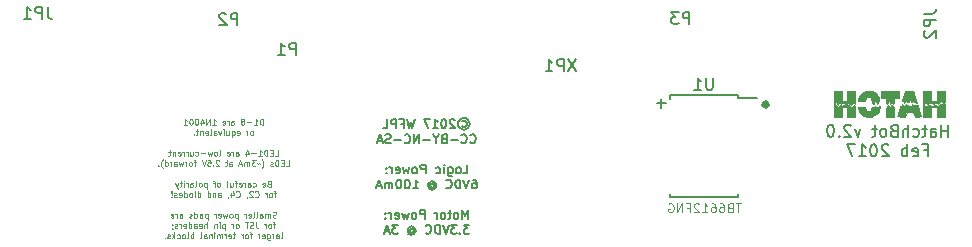
<source format=gbo>
G04 #@! TF.FileFunction,Legend,Bot*
%FSLAX46Y46*%
G04 Gerber Fmt 4.6, Leading zero omitted, Abs format (unit mm)*
G04 Created by KiCad (PCBNEW 4.0.5) date Thursday, March 02, 2017 'AMt' 11:59:14 AM*
%MOMM*%
%LPD*%
G01*
G04 APERTURE LIST*
%ADD10C,0.100000*%
%ADD11C,0.300000*%
%ADD12C,0.150000*%
%ADD13C,0.187500*%
%ADD14C,0.125000*%
%ADD15C,0.010000*%
G04 APERTURE END LIST*
D10*
D11*
X164652857Y-116394286D02*
X164652857Y-116680000D01*
X164581428Y-116680000D02*
X164581428Y-116394286D01*
X164510000Y-116322857D02*
X164510000Y-116751429D01*
X164438571Y-116680000D02*
X164438571Y-116394286D01*
X164367142Y-116394286D02*
X164367142Y-116680000D01*
X164652857Y-116608571D02*
X164510000Y-116751429D01*
X164367142Y-116608571D01*
X164652857Y-116465714D02*
X164510000Y-116322857D01*
X164367142Y-116465714D01*
X164652857Y-116394286D02*
X164510000Y-116322857D01*
X164367142Y-116394286D01*
X164295714Y-116537143D01*
X164367142Y-116680000D01*
X164510000Y-116751429D01*
X164652857Y-116680000D01*
X164724285Y-116537143D01*
X164652857Y-116394286D01*
D12*
X138830001Y-117955357D02*
X138901429Y-117919643D01*
X139044286Y-117919643D01*
X139115715Y-117955357D01*
X139187144Y-118026786D01*
X139222858Y-118098214D01*
X139222858Y-118241071D01*
X139187144Y-118312500D01*
X139115715Y-118383929D01*
X139044286Y-118419643D01*
X138901429Y-118419643D01*
X138830001Y-118383929D01*
X138972858Y-117669643D02*
X139151429Y-117705357D01*
X139330001Y-117812500D01*
X139437144Y-117991071D01*
X139472858Y-118169643D01*
X139437144Y-118348214D01*
X139330001Y-118526786D01*
X139151429Y-118633929D01*
X138972858Y-118669643D01*
X138794286Y-118633929D01*
X138615715Y-118526786D01*
X138508572Y-118348214D01*
X138472858Y-118169643D01*
X138508572Y-117991071D01*
X138615715Y-117812500D01*
X138794286Y-117705357D01*
X138972858Y-117669643D01*
X138187144Y-117848214D02*
X138151430Y-117812500D01*
X138080001Y-117776786D01*
X137901430Y-117776786D01*
X137830001Y-117812500D01*
X137794287Y-117848214D01*
X137758572Y-117919643D01*
X137758572Y-117991071D01*
X137794287Y-118098214D01*
X138222858Y-118526786D01*
X137758572Y-118526786D01*
X137294286Y-117776786D02*
X137222858Y-117776786D01*
X137151429Y-117812500D01*
X137115715Y-117848214D01*
X137080001Y-117919643D01*
X137044286Y-118062500D01*
X137044286Y-118241071D01*
X137080001Y-118383929D01*
X137115715Y-118455357D01*
X137151429Y-118491071D01*
X137222858Y-118526786D01*
X137294286Y-118526786D01*
X137365715Y-118491071D01*
X137401429Y-118455357D01*
X137437144Y-118383929D01*
X137472858Y-118241071D01*
X137472858Y-118062500D01*
X137437144Y-117919643D01*
X137401429Y-117848214D01*
X137365715Y-117812500D01*
X137294286Y-117776786D01*
X136330000Y-118526786D02*
X136758572Y-118526786D01*
X136544286Y-118526786D02*
X136544286Y-117776786D01*
X136615715Y-117883929D01*
X136687143Y-117955357D01*
X136758572Y-117991071D01*
X136080000Y-117776786D02*
X135580000Y-117776786D01*
X135901429Y-118526786D01*
X134794285Y-117776786D02*
X134615714Y-118526786D01*
X134472857Y-117991071D01*
X134329999Y-118526786D01*
X134151428Y-117776786D01*
X133615714Y-118133929D02*
X133865714Y-118133929D01*
X133865714Y-118526786D02*
X133865714Y-117776786D01*
X133508571Y-117776786D01*
X133222857Y-118526786D02*
X133222857Y-117776786D01*
X132937142Y-117776786D01*
X132865714Y-117812500D01*
X132829999Y-117848214D01*
X132794285Y-117919643D01*
X132794285Y-118026786D01*
X132829999Y-118098214D01*
X132865714Y-118133929D01*
X132937142Y-118169643D01*
X133222857Y-118169643D01*
X132115714Y-118526786D02*
X132472857Y-118526786D01*
X132472857Y-117776786D01*
X139508570Y-119730357D02*
X139544284Y-119766071D01*
X139651427Y-119801786D01*
X139722856Y-119801786D01*
X139829999Y-119766071D01*
X139901427Y-119694643D01*
X139937142Y-119623214D01*
X139972856Y-119480357D01*
X139972856Y-119373214D01*
X139937142Y-119230357D01*
X139901427Y-119158929D01*
X139829999Y-119087500D01*
X139722856Y-119051786D01*
X139651427Y-119051786D01*
X139544284Y-119087500D01*
X139508570Y-119123214D01*
X138758570Y-119730357D02*
X138794284Y-119766071D01*
X138901427Y-119801786D01*
X138972856Y-119801786D01*
X139079999Y-119766071D01*
X139151427Y-119694643D01*
X139187142Y-119623214D01*
X139222856Y-119480357D01*
X139222856Y-119373214D01*
X139187142Y-119230357D01*
X139151427Y-119158929D01*
X139079999Y-119087500D01*
X138972856Y-119051786D01*
X138901427Y-119051786D01*
X138794284Y-119087500D01*
X138758570Y-119123214D01*
X138437142Y-119516071D02*
X137865713Y-119516071D01*
X137258571Y-119408929D02*
X137151428Y-119444643D01*
X137115713Y-119480357D01*
X137079999Y-119551786D01*
X137079999Y-119658929D01*
X137115713Y-119730357D01*
X137151428Y-119766071D01*
X137222856Y-119801786D01*
X137508571Y-119801786D01*
X137508571Y-119051786D01*
X137258571Y-119051786D01*
X137187142Y-119087500D01*
X137151428Y-119123214D01*
X137115713Y-119194643D01*
X137115713Y-119266071D01*
X137151428Y-119337500D01*
X137187142Y-119373214D01*
X137258571Y-119408929D01*
X137508571Y-119408929D01*
X136615713Y-119444643D02*
X136615713Y-119801786D01*
X136865713Y-119051786D02*
X136615713Y-119444643D01*
X136365713Y-119051786D01*
X136115714Y-119516071D02*
X135544285Y-119516071D01*
X135187143Y-119801786D02*
X135187143Y-119051786D01*
X134758571Y-119801786D01*
X134758571Y-119051786D01*
X133972857Y-119730357D02*
X134008571Y-119766071D01*
X134115714Y-119801786D01*
X134187143Y-119801786D01*
X134294286Y-119766071D01*
X134365714Y-119694643D01*
X134401429Y-119623214D01*
X134437143Y-119480357D01*
X134437143Y-119373214D01*
X134401429Y-119230357D01*
X134365714Y-119158929D01*
X134294286Y-119087500D01*
X134187143Y-119051786D01*
X134115714Y-119051786D01*
X134008571Y-119087500D01*
X133972857Y-119123214D01*
X133651429Y-119516071D02*
X133080000Y-119516071D01*
X132758572Y-119766071D02*
X132651429Y-119801786D01*
X132472858Y-119801786D01*
X132401429Y-119766071D01*
X132365715Y-119730357D01*
X132330000Y-119658929D01*
X132330000Y-119587500D01*
X132365715Y-119516071D01*
X132401429Y-119480357D01*
X132472858Y-119444643D01*
X132615715Y-119408929D01*
X132687143Y-119373214D01*
X132722858Y-119337500D01*
X132758572Y-119266071D01*
X132758572Y-119194643D01*
X132722858Y-119123214D01*
X132687143Y-119087500D01*
X132615715Y-119051786D01*
X132437143Y-119051786D01*
X132330000Y-119087500D01*
X132044286Y-119587500D02*
X131687143Y-119587500D01*
X132115714Y-119801786D02*
X131865714Y-119051786D01*
X131615714Y-119801786D01*
X138901428Y-122351786D02*
X139258571Y-122351786D01*
X139258571Y-121601786D01*
X138544285Y-122351786D02*
X138615713Y-122316071D01*
X138651428Y-122280357D01*
X138687142Y-122208929D01*
X138687142Y-121994643D01*
X138651428Y-121923214D01*
X138615713Y-121887500D01*
X138544285Y-121851786D01*
X138437142Y-121851786D01*
X138365713Y-121887500D01*
X138329999Y-121923214D01*
X138294285Y-121994643D01*
X138294285Y-122208929D01*
X138329999Y-122280357D01*
X138365713Y-122316071D01*
X138437142Y-122351786D01*
X138544285Y-122351786D01*
X137651428Y-121851786D02*
X137651428Y-122458929D01*
X137687142Y-122530357D01*
X137722857Y-122566071D01*
X137794285Y-122601786D01*
X137901428Y-122601786D01*
X137972857Y-122566071D01*
X137651428Y-122316071D02*
X137722857Y-122351786D01*
X137865714Y-122351786D01*
X137937142Y-122316071D01*
X137972857Y-122280357D01*
X138008571Y-122208929D01*
X138008571Y-121994643D01*
X137972857Y-121923214D01*
X137937142Y-121887500D01*
X137865714Y-121851786D01*
X137722857Y-121851786D01*
X137651428Y-121887500D01*
X137294286Y-122351786D02*
X137294286Y-121851786D01*
X137294286Y-121601786D02*
X137330000Y-121637500D01*
X137294286Y-121673214D01*
X137258571Y-121637500D01*
X137294286Y-121601786D01*
X137294286Y-121673214D01*
X136615714Y-122316071D02*
X136687143Y-122351786D01*
X136830000Y-122351786D01*
X136901428Y-122316071D01*
X136937143Y-122280357D01*
X136972857Y-122208929D01*
X136972857Y-121994643D01*
X136937143Y-121923214D01*
X136901428Y-121887500D01*
X136830000Y-121851786D01*
X136687143Y-121851786D01*
X136615714Y-121887500D01*
X135722857Y-122351786D02*
X135722857Y-121601786D01*
X135437142Y-121601786D01*
X135365714Y-121637500D01*
X135329999Y-121673214D01*
X135294285Y-121744643D01*
X135294285Y-121851786D01*
X135329999Y-121923214D01*
X135365714Y-121958929D01*
X135437142Y-121994643D01*
X135722857Y-121994643D01*
X134865714Y-122351786D02*
X134937142Y-122316071D01*
X134972857Y-122280357D01*
X135008571Y-122208929D01*
X135008571Y-121994643D01*
X134972857Y-121923214D01*
X134937142Y-121887500D01*
X134865714Y-121851786D01*
X134758571Y-121851786D01*
X134687142Y-121887500D01*
X134651428Y-121923214D01*
X134615714Y-121994643D01*
X134615714Y-122208929D01*
X134651428Y-122280357D01*
X134687142Y-122316071D01*
X134758571Y-122351786D01*
X134865714Y-122351786D01*
X134365714Y-121851786D02*
X134222857Y-122351786D01*
X134080000Y-121994643D01*
X133937143Y-122351786D01*
X133794286Y-121851786D01*
X133222857Y-122316071D02*
X133294286Y-122351786D01*
X133437143Y-122351786D01*
X133508572Y-122316071D01*
X133544286Y-122244643D01*
X133544286Y-121958929D01*
X133508572Y-121887500D01*
X133437143Y-121851786D01*
X133294286Y-121851786D01*
X133222857Y-121887500D01*
X133187143Y-121958929D01*
X133187143Y-122030357D01*
X133544286Y-122101786D01*
X132865715Y-122351786D02*
X132865715Y-121851786D01*
X132865715Y-121994643D02*
X132830000Y-121923214D01*
X132794286Y-121887500D01*
X132722857Y-121851786D01*
X132651429Y-121851786D01*
X132401429Y-122280357D02*
X132365714Y-122316071D01*
X132401429Y-122351786D01*
X132437143Y-122316071D01*
X132401429Y-122280357D01*
X132401429Y-122351786D01*
X132401429Y-121887500D02*
X132365714Y-121923214D01*
X132401429Y-121958929D01*
X132437143Y-121923214D01*
X132401429Y-121887500D01*
X132401429Y-121958929D01*
X139705001Y-122876786D02*
X139847858Y-122876786D01*
X139919287Y-122912500D01*
X139955001Y-122948214D01*
X140026430Y-123055357D01*
X140062144Y-123198214D01*
X140062144Y-123483929D01*
X140026430Y-123555357D01*
X139990715Y-123591071D01*
X139919287Y-123626786D01*
X139776430Y-123626786D01*
X139705001Y-123591071D01*
X139669287Y-123555357D01*
X139633572Y-123483929D01*
X139633572Y-123305357D01*
X139669287Y-123233929D01*
X139705001Y-123198214D01*
X139776430Y-123162500D01*
X139919287Y-123162500D01*
X139990715Y-123198214D01*
X140026430Y-123233929D01*
X140062144Y-123305357D01*
X139419286Y-122876786D02*
X139169286Y-123626786D01*
X138919286Y-122876786D01*
X138669287Y-123626786D02*
X138669287Y-122876786D01*
X138490715Y-122876786D01*
X138383572Y-122912500D01*
X138312144Y-122983929D01*
X138276429Y-123055357D01*
X138240715Y-123198214D01*
X138240715Y-123305357D01*
X138276429Y-123448214D01*
X138312144Y-123519643D01*
X138383572Y-123591071D01*
X138490715Y-123626786D01*
X138669287Y-123626786D01*
X137490715Y-123555357D02*
X137526429Y-123591071D01*
X137633572Y-123626786D01*
X137705001Y-123626786D01*
X137812144Y-123591071D01*
X137883572Y-123519643D01*
X137919287Y-123448214D01*
X137955001Y-123305357D01*
X137955001Y-123198214D01*
X137919287Y-123055357D01*
X137883572Y-122983929D01*
X137812144Y-122912500D01*
X137705001Y-122876786D01*
X137633572Y-122876786D01*
X137526429Y-122912500D01*
X137490715Y-122948214D01*
X136133572Y-123269643D02*
X136169286Y-123233929D01*
X136240715Y-123198214D01*
X136312143Y-123198214D01*
X136383572Y-123233929D01*
X136419286Y-123269643D01*
X136455000Y-123341071D01*
X136455000Y-123412500D01*
X136419286Y-123483929D01*
X136383572Y-123519643D01*
X136312143Y-123555357D01*
X136240715Y-123555357D01*
X136169286Y-123519643D01*
X136133572Y-123483929D01*
X136133572Y-123198214D02*
X136133572Y-123483929D01*
X136097858Y-123519643D01*
X136062143Y-123519643D01*
X135990715Y-123483929D01*
X135955000Y-123412500D01*
X135955000Y-123233929D01*
X136026429Y-123126786D01*
X136133572Y-123055357D01*
X136276429Y-123019643D01*
X136419286Y-123055357D01*
X136526429Y-123126786D01*
X136597858Y-123233929D01*
X136633572Y-123376786D01*
X136597858Y-123519643D01*
X136526429Y-123626786D01*
X136419286Y-123698214D01*
X136276429Y-123733929D01*
X136133572Y-123698214D01*
X136026429Y-123626786D01*
X134669285Y-123626786D02*
X135097857Y-123626786D01*
X134883571Y-123626786D02*
X134883571Y-122876786D01*
X134955000Y-122983929D01*
X135026428Y-123055357D01*
X135097857Y-123091071D01*
X134204999Y-122876786D02*
X134133571Y-122876786D01*
X134062142Y-122912500D01*
X134026428Y-122948214D01*
X133990714Y-123019643D01*
X133954999Y-123162500D01*
X133954999Y-123341071D01*
X133990714Y-123483929D01*
X134026428Y-123555357D01*
X134062142Y-123591071D01*
X134133571Y-123626786D01*
X134204999Y-123626786D01*
X134276428Y-123591071D01*
X134312142Y-123555357D01*
X134347857Y-123483929D01*
X134383571Y-123341071D01*
X134383571Y-123162500D01*
X134347857Y-123019643D01*
X134312142Y-122948214D01*
X134276428Y-122912500D01*
X134204999Y-122876786D01*
X133490713Y-122876786D02*
X133419285Y-122876786D01*
X133347856Y-122912500D01*
X133312142Y-122948214D01*
X133276428Y-123019643D01*
X133240713Y-123162500D01*
X133240713Y-123341071D01*
X133276428Y-123483929D01*
X133312142Y-123555357D01*
X133347856Y-123591071D01*
X133419285Y-123626786D01*
X133490713Y-123626786D01*
X133562142Y-123591071D01*
X133597856Y-123555357D01*
X133633571Y-123483929D01*
X133669285Y-123341071D01*
X133669285Y-123162500D01*
X133633571Y-123019643D01*
X133597856Y-122948214D01*
X133562142Y-122912500D01*
X133490713Y-122876786D01*
X132919285Y-123626786D02*
X132919285Y-123126786D01*
X132919285Y-123198214D02*
X132883570Y-123162500D01*
X132812142Y-123126786D01*
X132704999Y-123126786D01*
X132633570Y-123162500D01*
X132597856Y-123233929D01*
X132597856Y-123626786D01*
X132597856Y-123233929D02*
X132562142Y-123162500D01*
X132490713Y-123126786D01*
X132383570Y-123126786D01*
X132312142Y-123162500D01*
X132276427Y-123233929D01*
X132276427Y-123626786D01*
X131954999Y-123412500D02*
X131597856Y-123412500D01*
X132026427Y-123626786D02*
X131776427Y-122876786D01*
X131526427Y-123626786D01*
X139330000Y-126176786D02*
X139330000Y-125426786D01*
X139080000Y-125962500D01*
X138830000Y-125426786D01*
X138830000Y-126176786D01*
X138365714Y-126176786D02*
X138437142Y-126141071D01*
X138472857Y-126105357D01*
X138508571Y-126033929D01*
X138508571Y-125819643D01*
X138472857Y-125748214D01*
X138437142Y-125712500D01*
X138365714Y-125676786D01*
X138258571Y-125676786D01*
X138187142Y-125712500D01*
X138151428Y-125748214D01*
X138115714Y-125819643D01*
X138115714Y-126033929D01*
X138151428Y-126105357D01*
X138187142Y-126141071D01*
X138258571Y-126176786D01*
X138365714Y-126176786D01*
X137901428Y-125676786D02*
X137615714Y-125676786D01*
X137794286Y-125426786D02*
X137794286Y-126069643D01*
X137758571Y-126141071D01*
X137687143Y-126176786D01*
X137615714Y-126176786D01*
X137258572Y-126176786D02*
X137330000Y-126141071D01*
X137365715Y-126105357D01*
X137401429Y-126033929D01*
X137401429Y-125819643D01*
X137365715Y-125748214D01*
X137330000Y-125712500D01*
X137258572Y-125676786D01*
X137151429Y-125676786D01*
X137080000Y-125712500D01*
X137044286Y-125748214D01*
X137008572Y-125819643D01*
X137008572Y-126033929D01*
X137044286Y-126105357D01*
X137080000Y-126141071D01*
X137151429Y-126176786D01*
X137258572Y-126176786D01*
X136687144Y-126176786D02*
X136687144Y-125676786D01*
X136687144Y-125819643D02*
X136651429Y-125748214D01*
X136615715Y-125712500D01*
X136544286Y-125676786D01*
X136472858Y-125676786D01*
X135651429Y-126176786D02*
X135651429Y-125426786D01*
X135365714Y-125426786D01*
X135294286Y-125462500D01*
X135258571Y-125498214D01*
X135222857Y-125569643D01*
X135222857Y-125676786D01*
X135258571Y-125748214D01*
X135294286Y-125783929D01*
X135365714Y-125819643D01*
X135651429Y-125819643D01*
X134794286Y-126176786D02*
X134865714Y-126141071D01*
X134901429Y-126105357D01*
X134937143Y-126033929D01*
X134937143Y-125819643D01*
X134901429Y-125748214D01*
X134865714Y-125712500D01*
X134794286Y-125676786D01*
X134687143Y-125676786D01*
X134615714Y-125712500D01*
X134580000Y-125748214D01*
X134544286Y-125819643D01*
X134544286Y-126033929D01*
X134580000Y-126105357D01*
X134615714Y-126141071D01*
X134687143Y-126176786D01*
X134794286Y-126176786D01*
X134294286Y-125676786D02*
X134151429Y-126176786D01*
X134008572Y-125819643D01*
X133865715Y-126176786D01*
X133722858Y-125676786D01*
X133151429Y-126141071D02*
X133222858Y-126176786D01*
X133365715Y-126176786D01*
X133437144Y-126141071D01*
X133472858Y-126069643D01*
X133472858Y-125783929D01*
X133437144Y-125712500D01*
X133365715Y-125676786D01*
X133222858Y-125676786D01*
X133151429Y-125712500D01*
X133115715Y-125783929D01*
X133115715Y-125855357D01*
X133472858Y-125926786D01*
X132794287Y-126176786D02*
X132794287Y-125676786D01*
X132794287Y-125819643D02*
X132758572Y-125748214D01*
X132722858Y-125712500D01*
X132651429Y-125676786D01*
X132580001Y-125676786D01*
X132330001Y-126105357D02*
X132294286Y-126141071D01*
X132330001Y-126176786D01*
X132365715Y-126141071D01*
X132330001Y-126105357D01*
X132330001Y-126176786D01*
X132330001Y-125712500D02*
X132294286Y-125748214D01*
X132330001Y-125783929D01*
X132365715Y-125748214D01*
X132330001Y-125712500D01*
X132330001Y-125783929D01*
X139419286Y-126701786D02*
X138955000Y-126701786D01*
X139205000Y-126987500D01*
X139097858Y-126987500D01*
X139026429Y-127023214D01*
X138990715Y-127058929D01*
X138955000Y-127130357D01*
X138955000Y-127308929D01*
X138990715Y-127380357D01*
X139026429Y-127416071D01*
X139097858Y-127451786D01*
X139312143Y-127451786D01*
X139383572Y-127416071D01*
X139419286Y-127380357D01*
X138633572Y-127380357D02*
X138597857Y-127416071D01*
X138633572Y-127451786D01*
X138669286Y-127416071D01*
X138633572Y-127380357D01*
X138633572Y-127451786D01*
X138347857Y-126701786D02*
X137883571Y-126701786D01*
X138133571Y-126987500D01*
X138026429Y-126987500D01*
X137955000Y-127023214D01*
X137919286Y-127058929D01*
X137883571Y-127130357D01*
X137883571Y-127308929D01*
X137919286Y-127380357D01*
X137955000Y-127416071D01*
X138026429Y-127451786D01*
X138240714Y-127451786D01*
X138312143Y-127416071D01*
X138347857Y-127380357D01*
X137669285Y-126701786D02*
X137419285Y-127451786D01*
X137169285Y-126701786D01*
X136919286Y-127451786D02*
X136919286Y-126701786D01*
X136740714Y-126701786D01*
X136633571Y-126737500D01*
X136562143Y-126808929D01*
X136526428Y-126880357D01*
X136490714Y-127023214D01*
X136490714Y-127130357D01*
X136526428Y-127273214D01*
X136562143Y-127344643D01*
X136633571Y-127416071D01*
X136740714Y-127451786D01*
X136919286Y-127451786D01*
X135740714Y-127380357D02*
X135776428Y-127416071D01*
X135883571Y-127451786D01*
X135955000Y-127451786D01*
X136062143Y-127416071D01*
X136133571Y-127344643D01*
X136169286Y-127273214D01*
X136205000Y-127130357D01*
X136205000Y-127023214D01*
X136169286Y-126880357D01*
X136133571Y-126808929D01*
X136062143Y-126737500D01*
X135955000Y-126701786D01*
X135883571Y-126701786D01*
X135776428Y-126737500D01*
X135740714Y-126773214D01*
X134383571Y-127094643D02*
X134419285Y-127058929D01*
X134490714Y-127023214D01*
X134562142Y-127023214D01*
X134633571Y-127058929D01*
X134669285Y-127094643D01*
X134704999Y-127166071D01*
X134704999Y-127237500D01*
X134669285Y-127308929D01*
X134633571Y-127344643D01*
X134562142Y-127380357D01*
X134490714Y-127380357D01*
X134419285Y-127344643D01*
X134383571Y-127308929D01*
X134383571Y-127023214D02*
X134383571Y-127308929D01*
X134347857Y-127344643D01*
X134312142Y-127344643D01*
X134240714Y-127308929D01*
X134204999Y-127237500D01*
X134204999Y-127058929D01*
X134276428Y-126951786D01*
X134383571Y-126880357D01*
X134526428Y-126844643D01*
X134669285Y-126880357D01*
X134776428Y-126951786D01*
X134847857Y-127058929D01*
X134883571Y-127201786D01*
X134847857Y-127344643D01*
X134776428Y-127451786D01*
X134669285Y-127523214D01*
X134526428Y-127558929D01*
X134383571Y-127523214D01*
X134276428Y-127451786D01*
X133383570Y-126701786D02*
X132919284Y-126701786D01*
X133169284Y-126987500D01*
X133062142Y-126987500D01*
X132990713Y-127023214D01*
X132954999Y-127058929D01*
X132919284Y-127130357D01*
X132919284Y-127308929D01*
X132954999Y-127380357D01*
X132990713Y-127416071D01*
X133062142Y-127451786D01*
X133276427Y-127451786D01*
X133347856Y-127416071D01*
X133383570Y-127380357D01*
X132633570Y-127237500D02*
X132276427Y-127237500D01*
X132704998Y-127451786D02*
X132454998Y-126701786D01*
X132204998Y-127451786D01*
D13*
X155321048Y-116403429D02*
X156082953Y-116403429D01*
X155702001Y-116784381D02*
X155702001Y-116022476D01*
D14*
X121955236Y-118233690D02*
X121955236Y-117733690D01*
X121836189Y-117733690D01*
X121764760Y-117757500D01*
X121717141Y-117805119D01*
X121693332Y-117852738D01*
X121669522Y-117947976D01*
X121669522Y-118019405D01*
X121693332Y-118114643D01*
X121717141Y-118162262D01*
X121764760Y-118209881D01*
X121836189Y-118233690D01*
X121955236Y-118233690D01*
X121193332Y-118233690D02*
X121479046Y-118233690D01*
X121336189Y-118233690D02*
X121336189Y-117733690D01*
X121383808Y-117805119D01*
X121431427Y-117852738D01*
X121479046Y-117876548D01*
X120979046Y-118043214D02*
X120598094Y-118043214D01*
X120288570Y-117947976D02*
X120336189Y-117924167D01*
X120359998Y-117900357D01*
X120383808Y-117852738D01*
X120383808Y-117828929D01*
X120359998Y-117781310D01*
X120336189Y-117757500D01*
X120288570Y-117733690D01*
X120193332Y-117733690D01*
X120145713Y-117757500D01*
X120121903Y-117781310D01*
X120098094Y-117828929D01*
X120098094Y-117852738D01*
X120121903Y-117900357D01*
X120145713Y-117924167D01*
X120193332Y-117947976D01*
X120288570Y-117947976D01*
X120336189Y-117971786D01*
X120359998Y-117995595D01*
X120383808Y-118043214D01*
X120383808Y-118138452D01*
X120359998Y-118186071D01*
X120336189Y-118209881D01*
X120288570Y-118233690D01*
X120193332Y-118233690D01*
X120145713Y-118209881D01*
X120121903Y-118186071D01*
X120098094Y-118138452D01*
X120098094Y-118043214D01*
X120121903Y-117995595D01*
X120145713Y-117971786D01*
X120193332Y-117947976D01*
X119288571Y-118233690D02*
X119288571Y-117971786D01*
X119312380Y-117924167D01*
X119359999Y-117900357D01*
X119455237Y-117900357D01*
X119502856Y-117924167D01*
X119288571Y-118209881D02*
X119336190Y-118233690D01*
X119455237Y-118233690D01*
X119502856Y-118209881D01*
X119526666Y-118162262D01*
X119526666Y-118114643D01*
X119502856Y-118067024D01*
X119455237Y-118043214D01*
X119336190Y-118043214D01*
X119288571Y-118019405D01*
X119050475Y-118233690D02*
X119050475Y-117900357D01*
X119050475Y-117995595D02*
X119026666Y-117947976D01*
X119002856Y-117924167D01*
X118955237Y-117900357D01*
X118907618Y-117900357D01*
X118550475Y-118209881D02*
X118598094Y-118233690D01*
X118693332Y-118233690D01*
X118740951Y-118209881D01*
X118764761Y-118162262D01*
X118764761Y-117971786D01*
X118740951Y-117924167D01*
X118693332Y-117900357D01*
X118598094Y-117900357D01*
X118550475Y-117924167D01*
X118526666Y-117971786D01*
X118526666Y-118019405D01*
X118764761Y-118067024D01*
X117669524Y-118233690D02*
X117955238Y-118233690D01*
X117812381Y-118233690D02*
X117812381Y-117733690D01*
X117860000Y-117805119D01*
X117907619Y-117852738D01*
X117955238Y-117876548D01*
X117455238Y-118233690D02*
X117455238Y-117733690D01*
X117169524Y-118233690D01*
X117169524Y-117733690D01*
X116717143Y-117900357D02*
X116717143Y-118233690D01*
X116836190Y-117709881D02*
X116955238Y-118067024D01*
X116645714Y-118067024D01*
X116360000Y-117733690D02*
X116312381Y-117733690D01*
X116264762Y-117757500D01*
X116240953Y-117781310D01*
X116217143Y-117828929D01*
X116193334Y-117924167D01*
X116193334Y-118043214D01*
X116217143Y-118138452D01*
X116240953Y-118186071D01*
X116264762Y-118209881D01*
X116312381Y-118233690D01*
X116360000Y-118233690D01*
X116407619Y-118209881D01*
X116431429Y-118186071D01*
X116455238Y-118138452D01*
X116479048Y-118043214D01*
X116479048Y-117924167D01*
X116455238Y-117828929D01*
X116431429Y-117781310D01*
X116407619Y-117757500D01*
X116360000Y-117733690D01*
X115883810Y-117733690D02*
X115836191Y-117733690D01*
X115788572Y-117757500D01*
X115764763Y-117781310D01*
X115740953Y-117828929D01*
X115717144Y-117924167D01*
X115717144Y-118043214D01*
X115740953Y-118138452D01*
X115764763Y-118186071D01*
X115788572Y-118209881D01*
X115836191Y-118233690D01*
X115883810Y-118233690D01*
X115931429Y-118209881D01*
X115955239Y-118186071D01*
X115979048Y-118138452D01*
X116002858Y-118043214D01*
X116002858Y-117924167D01*
X115979048Y-117828929D01*
X115955239Y-117781310D01*
X115931429Y-117757500D01*
X115883810Y-117733690D01*
X115240954Y-118233690D02*
X115526668Y-118233690D01*
X115383811Y-118233690D02*
X115383811Y-117733690D01*
X115431430Y-117805119D01*
X115479049Y-117852738D01*
X115526668Y-117876548D01*
X121026666Y-119108690D02*
X121074285Y-119084881D01*
X121098094Y-119061071D01*
X121121904Y-119013452D01*
X121121904Y-118870595D01*
X121098094Y-118822976D01*
X121074285Y-118799167D01*
X121026666Y-118775357D01*
X120955237Y-118775357D01*
X120907618Y-118799167D01*
X120883809Y-118822976D01*
X120859999Y-118870595D01*
X120859999Y-119013452D01*
X120883809Y-119061071D01*
X120907618Y-119084881D01*
X120955237Y-119108690D01*
X121026666Y-119108690D01*
X120645713Y-119108690D02*
X120645713Y-118775357D01*
X120645713Y-118870595D02*
X120621904Y-118822976D01*
X120598094Y-118799167D01*
X120550475Y-118775357D01*
X120502856Y-118775357D01*
X119764761Y-119084881D02*
X119812380Y-119108690D01*
X119907618Y-119108690D01*
X119955237Y-119084881D01*
X119979047Y-119037262D01*
X119979047Y-118846786D01*
X119955237Y-118799167D01*
X119907618Y-118775357D01*
X119812380Y-118775357D01*
X119764761Y-118799167D01*
X119740952Y-118846786D01*
X119740952Y-118894405D01*
X119979047Y-118942024D01*
X119312381Y-118775357D02*
X119312381Y-119275357D01*
X119312381Y-119084881D02*
X119360000Y-119108690D01*
X119455238Y-119108690D01*
X119502857Y-119084881D01*
X119526666Y-119061071D01*
X119550476Y-119013452D01*
X119550476Y-118870595D01*
X119526666Y-118822976D01*
X119502857Y-118799167D01*
X119455238Y-118775357D01*
X119360000Y-118775357D01*
X119312381Y-118799167D01*
X118860000Y-118775357D02*
X118860000Y-119108690D01*
X119074285Y-118775357D02*
X119074285Y-119037262D01*
X119050476Y-119084881D01*
X119002857Y-119108690D01*
X118931428Y-119108690D01*
X118883809Y-119084881D01*
X118860000Y-119061071D01*
X118621904Y-119108690D02*
X118621904Y-118775357D01*
X118621904Y-118608690D02*
X118645714Y-118632500D01*
X118621904Y-118656310D01*
X118598095Y-118632500D01*
X118621904Y-118608690D01*
X118621904Y-118656310D01*
X118431428Y-118775357D02*
X118312381Y-119108690D01*
X118193333Y-118775357D01*
X117788572Y-119108690D02*
X117788572Y-118846786D01*
X117812381Y-118799167D01*
X117860000Y-118775357D01*
X117955238Y-118775357D01*
X118002857Y-118799167D01*
X117788572Y-119084881D02*
X117836191Y-119108690D01*
X117955238Y-119108690D01*
X118002857Y-119084881D01*
X118026667Y-119037262D01*
X118026667Y-118989643D01*
X118002857Y-118942024D01*
X117955238Y-118918214D01*
X117836191Y-118918214D01*
X117788572Y-118894405D01*
X117479048Y-119108690D02*
X117526667Y-119084881D01*
X117550476Y-119037262D01*
X117550476Y-118608690D01*
X117098095Y-119084881D02*
X117145714Y-119108690D01*
X117240952Y-119108690D01*
X117288571Y-119084881D01*
X117312381Y-119037262D01*
X117312381Y-118846786D01*
X117288571Y-118799167D01*
X117240952Y-118775357D01*
X117145714Y-118775357D01*
X117098095Y-118799167D01*
X117074286Y-118846786D01*
X117074286Y-118894405D01*
X117312381Y-118942024D01*
X116860000Y-118775357D02*
X116860000Y-119108690D01*
X116860000Y-118822976D02*
X116836191Y-118799167D01*
X116788572Y-118775357D01*
X116717143Y-118775357D01*
X116669524Y-118799167D01*
X116645715Y-118846786D01*
X116645715Y-119108690D01*
X116479048Y-118775357D02*
X116288572Y-118775357D01*
X116407619Y-118608690D02*
X116407619Y-119037262D01*
X116383810Y-119084881D01*
X116336191Y-119108690D01*
X116288572Y-119108690D01*
X116121905Y-119061071D02*
X116098096Y-119084881D01*
X116121905Y-119108690D01*
X116145715Y-119084881D01*
X116121905Y-119061071D01*
X116121905Y-119108690D01*
X122955237Y-120858690D02*
X123193332Y-120858690D01*
X123193332Y-120358690D01*
X122788570Y-120596786D02*
X122621904Y-120596786D01*
X122550475Y-120858690D02*
X122788570Y-120858690D01*
X122788570Y-120358690D01*
X122550475Y-120358690D01*
X122336189Y-120858690D02*
X122336189Y-120358690D01*
X122217142Y-120358690D01*
X122145713Y-120382500D01*
X122098094Y-120430119D01*
X122074285Y-120477738D01*
X122050475Y-120572976D01*
X122050475Y-120644405D01*
X122074285Y-120739643D01*
X122098094Y-120787262D01*
X122145713Y-120834881D01*
X122217142Y-120858690D01*
X122336189Y-120858690D01*
X121574285Y-120858690D02*
X121859999Y-120858690D01*
X121717142Y-120858690D02*
X121717142Y-120358690D01*
X121764761Y-120430119D01*
X121812380Y-120477738D01*
X121859999Y-120501548D01*
X121359999Y-120668214D02*
X120979047Y-120668214D01*
X120526666Y-120525357D02*
X120526666Y-120858690D01*
X120645713Y-120334881D02*
X120764761Y-120692024D01*
X120455237Y-120692024D01*
X119669524Y-120858690D02*
X119669524Y-120596786D01*
X119693333Y-120549167D01*
X119740952Y-120525357D01*
X119836190Y-120525357D01*
X119883809Y-120549167D01*
X119669524Y-120834881D02*
X119717143Y-120858690D01*
X119836190Y-120858690D01*
X119883809Y-120834881D01*
X119907619Y-120787262D01*
X119907619Y-120739643D01*
X119883809Y-120692024D01*
X119836190Y-120668214D01*
X119717143Y-120668214D01*
X119669524Y-120644405D01*
X119431428Y-120858690D02*
X119431428Y-120525357D01*
X119431428Y-120620595D02*
X119407619Y-120572976D01*
X119383809Y-120549167D01*
X119336190Y-120525357D01*
X119288571Y-120525357D01*
X118931428Y-120834881D02*
X118979047Y-120858690D01*
X119074285Y-120858690D01*
X119121904Y-120834881D01*
X119145714Y-120787262D01*
X119145714Y-120596786D01*
X119121904Y-120549167D01*
X119074285Y-120525357D01*
X118979047Y-120525357D01*
X118931428Y-120549167D01*
X118907619Y-120596786D01*
X118907619Y-120644405D01*
X119145714Y-120692024D01*
X118240953Y-120858690D02*
X118288572Y-120834881D01*
X118312381Y-120787262D01*
X118312381Y-120358690D01*
X117979048Y-120858690D02*
X118026667Y-120834881D01*
X118050476Y-120811071D01*
X118074286Y-120763452D01*
X118074286Y-120620595D01*
X118050476Y-120572976D01*
X118026667Y-120549167D01*
X117979048Y-120525357D01*
X117907619Y-120525357D01*
X117860000Y-120549167D01*
X117836191Y-120572976D01*
X117812381Y-120620595D01*
X117812381Y-120763452D01*
X117836191Y-120811071D01*
X117860000Y-120834881D01*
X117907619Y-120858690D01*
X117979048Y-120858690D01*
X117645714Y-120525357D02*
X117550476Y-120858690D01*
X117455238Y-120620595D01*
X117360000Y-120858690D01*
X117264762Y-120525357D01*
X117074285Y-120668214D02*
X116693333Y-120668214D01*
X116240952Y-120834881D02*
X116288571Y-120858690D01*
X116383809Y-120858690D01*
X116431428Y-120834881D01*
X116455237Y-120811071D01*
X116479047Y-120763452D01*
X116479047Y-120620595D01*
X116455237Y-120572976D01*
X116431428Y-120549167D01*
X116383809Y-120525357D01*
X116288571Y-120525357D01*
X116240952Y-120549167D01*
X115812381Y-120525357D02*
X115812381Y-120858690D01*
X116026666Y-120525357D02*
X116026666Y-120787262D01*
X116002857Y-120834881D01*
X115955238Y-120858690D01*
X115883809Y-120858690D01*
X115836190Y-120834881D01*
X115812381Y-120811071D01*
X115574285Y-120858690D02*
X115574285Y-120525357D01*
X115574285Y-120620595D02*
X115550476Y-120572976D01*
X115526666Y-120549167D01*
X115479047Y-120525357D01*
X115431428Y-120525357D01*
X115264761Y-120858690D02*
X115264761Y-120525357D01*
X115264761Y-120620595D02*
X115240952Y-120572976D01*
X115217142Y-120549167D01*
X115169523Y-120525357D01*
X115121904Y-120525357D01*
X114764761Y-120834881D02*
X114812380Y-120858690D01*
X114907618Y-120858690D01*
X114955237Y-120834881D01*
X114979047Y-120787262D01*
X114979047Y-120596786D01*
X114955237Y-120549167D01*
X114907618Y-120525357D01*
X114812380Y-120525357D01*
X114764761Y-120549167D01*
X114740952Y-120596786D01*
X114740952Y-120644405D01*
X114979047Y-120692024D01*
X114526666Y-120525357D02*
X114526666Y-120858690D01*
X114526666Y-120572976D02*
X114502857Y-120549167D01*
X114455238Y-120525357D01*
X114383809Y-120525357D01*
X114336190Y-120549167D01*
X114312381Y-120596786D01*
X114312381Y-120858690D01*
X114145714Y-120525357D02*
X113955238Y-120525357D01*
X114074285Y-120358690D02*
X114074285Y-120787262D01*
X114050476Y-120834881D01*
X114002857Y-120858690D01*
X113955238Y-120858690D01*
X123883807Y-121733690D02*
X124121902Y-121733690D01*
X124121902Y-121233690D01*
X123717140Y-121471786D02*
X123550474Y-121471786D01*
X123479045Y-121733690D02*
X123717140Y-121733690D01*
X123717140Y-121233690D01*
X123479045Y-121233690D01*
X123264759Y-121733690D02*
X123264759Y-121233690D01*
X123145712Y-121233690D01*
X123074283Y-121257500D01*
X123026664Y-121305119D01*
X123002855Y-121352738D01*
X122979045Y-121447976D01*
X122979045Y-121519405D01*
X123002855Y-121614643D01*
X123026664Y-121662262D01*
X123074283Y-121709881D01*
X123145712Y-121733690D01*
X123264759Y-121733690D01*
X122788569Y-121709881D02*
X122740950Y-121733690D01*
X122645712Y-121733690D01*
X122598093Y-121709881D01*
X122574283Y-121662262D01*
X122574283Y-121638452D01*
X122598093Y-121590833D01*
X122645712Y-121567024D01*
X122717140Y-121567024D01*
X122764759Y-121543214D01*
X122788569Y-121495595D01*
X122788569Y-121471786D01*
X122764759Y-121424167D01*
X122717140Y-121400357D01*
X122645712Y-121400357D01*
X122598093Y-121424167D01*
X121836188Y-121924167D02*
X121859998Y-121900357D01*
X121907617Y-121828929D01*
X121931426Y-121781310D01*
X121955236Y-121709881D01*
X121979045Y-121590833D01*
X121979045Y-121495595D01*
X121955236Y-121376548D01*
X121931426Y-121305119D01*
X121907617Y-121257500D01*
X121859998Y-121186071D01*
X121836188Y-121162262D01*
X121717141Y-121543214D02*
X121693331Y-121519405D01*
X121645712Y-121495595D01*
X121550474Y-121543214D01*
X121502855Y-121519405D01*
X121479046Y-121495595D01*
X121336188Y-121233690D02*
X121026665Y-121233690D01*
X121193331Y-121424167D01*
X121121903Y-121424167D01*
X121074284Y-121447976D01*
X121050474Y-121471786D01*
X121026665Y-121519405D01*
X121026665Y-121638452D01*
X121050474Y-121686071D01*
X121074284Y-121709881D01*
X121121903Y-121733690D01*
X121264760Y-121733690D01*
X121312379Y-121709881D01*
X121336188Y-121686071D01*
X120812379Y-121733690D02*
X120812379Y-121400357D01*
X120812379Y-121447976D02*
X120788570Y-121424167D01*
X120740951Y-121400357D01*
X120669522Y-121400357D01*
X120621903Y-121424167D01*
X120598094Y-121471786D01*
X120598094Y-121733690D01*
X120598094Y-121471786D02*
X120574284Y-121424167D01*
X120526665Y-121400357D01*
X120455237Y-121400357D01*
X120407617Y-121424167D01*
X120383808Y-121471786D01*
X120383808Y-121733690D01*
X120169522Y-121590833D02*
X119931427Y-121590833D01*
X120217141Y-121733690D02*
X120050474Y-121233690D01*
X119883808Y-121733690D01*
X119121904Y-121733690D02*
X119121904Y-121471786D01*
X119145713Y-121424167D01*
X119193332Y-121400357D01*
X119288570Y-121400357D01*
X119336189Y-121424167D01*
X119121904Y-121709881D02*
X119169523Y-121733690D01*
X119288570Y-121733690D01*
X119336189Y-121709881D01*
X119359999Y-121662262D01*
X119359999Y-121614643D01*
X119336189Y-121567024D01*
X119288570Y-121543214D01*
X119169523Y-121543214D01*
X119121904Y-121519405D01*
X118955237Y-121400357D02*
X118764761Y-121400357D01*
X118883808Y-121233690D02*
X118883808Y-121662262D01*
X118859999Y-121709881D01*
X118812380Y-121733690D01*
X118764761Y-121733690D01*
X118240952Y-121281310D02*
X118217142Y-121257500D01*
X118169523Y-121233690D01*
X118050476Y-121233690D01*
X118002857Y-121257500D01*
X117979047Y-121281310D01*
X117955238Y-121328929D01*
X117955238Y-121376548D01*
X117979047Y-121447976D01*
X118264761Y-121733690D01*
X117955238Y-121733690D01*
X117740952Y-121686071D02*
X117717143Y-121709881D01*
X117740952Y-121733690D01*
X117764762Y-121709881D01*
X117740952Y-121686071D01*
X117740952Y-121733690D01*
X117264762Y-121233690D02*
X117502857Y-121233690D01*
X117526667Y-121471786D01*
X117502857Y-121447976D01*
X117455238Y-121424167D01*
X117336191Y-121424167D01*
X117288572Y-121447976D01*
X117264762Y-121471786D01*
X117240953Y-121519405D01*
X117240953Y-121638452D01*
X117264762Y-121686071D01*
X117288572Y-121709881D01*
X117336191Y-121733690D01*
X117455238Y-121733690D01*
X117502857Y-121709881D01*
X117526667Y-121686071D01*
X117098096Y-121233690D02*
X116931429Y-121733690D01*
X116764763Y-121233690D01*
X116288573Y-121400357D02*
X116098097Y-121400357D01*
X116217144Y-121733690D02*
X116217144Y-121305119D01*
X116193335Y-121257500D01*
X116145716Y-121233690D01*
X116098097Y-121233690D01*
X115860002Y-121733690D02*
X115907621Y-121709881D01*
X115931430Y-121686071D01*
X115955240Y-121638452D01*
X115955240Y-121495595D01*
X115931430Y-121447976D01*
X115907621Y-121424167D01*
X115860002Y-121400357D01*
X115788573Y-121400357D01*
X115740954Y-121424167D01*
X115717145Y-121447976D01*
X115693335Y-121495595D01*
X115693335Y-121638452D01*
X115717145Y-121686071D01*
X115740954Y-121709881D01*
X115788573Y-121733690D01*
X115860002Y-121733690D01*
X115479049Y-121733690D02*
X115479049Y-121400357D01*
X115479049Y-121495595D02*
X115455240Y-121447976D01*
X115431430Y-121424167D01*
X115383811Y-121400357D01*
X115336192Y-121400357D01*
X115217144Y-121400357D02*
X115121906Y-121733690D01*
X115026668Y-121495595D01*
X114931430Y-121733690D01*
X114836192Y-121400357D01*
X114431430Y-121733690D02*
X114431430Y-121471786D01*
X114455239Y-121424167D01*
X114502858Y-121400357D01*
X114598096Y-121400357D01*
X114645715Y-121424167D01*
X114431430Y-121709881D02*
X114479049Y-121733690D01*
X114598096Y-121733690D01*
X114645715Y-121709881D01*
X114669525Y-121662262D01*
X114669525Y-121614643D01*
X114645715Y-121567024D01*
X114598096Y-121543214D01*
X114479049Y-121543214D01*
X114431430Y-121519405D01*
X114193334Y-121733690D02*
X114193334Y-121400357D01*
X114193334Y-121495595D02*
X114169525Y-121447976D01*
X114145715Y-121424167D01*
X114098096Y-121400357D01*
X114050477Y-121400357D01*
X113669525Y-121733690D02*
X113669525Y-121233690D01*
X113669525Y-121709881D02*
X113717144Y-121733690D01*
X113812382Y-121733690D01*
X113860001Y-121709881D01*
X113883810Y-121686071D01*
X113907620Y-121638452D01*
X113907620Y-121495595D01*
X113883810Y-121447976D01*
X113860001Y-121424167D01*
X113812382Y-121400357D01*
X113717144Y-121400357D01*
X113669525Y-121424167D01*
X113479048Y-121924167D02*
X113455239Y-121900357D01*
X113407620Y-121828929D01*
X113383810Y-121781310D01*
X113360001Y-121709881D01*
X113336191Y-121590833D01*
X113336191Y-121495595D01*
X113360001Y-121376548D01*
X113383810Y-121305119D01*
X113407620Y-121257500D01*
X113455239Y-121186071D01*
X113479048Y-121162262D01*
X113098096Y-121686071D02*
X113074287Y-121709881D01*
X113098096Y-121733690D01*
X113121906Y-121709881D01*
X113098096Y-121686071D01*
X113098096Y-121733690D01*
X122455237Y-123221786D02*
X122383808Y-123245595D01*
X122359999Y-123269405D01*
X122336189Y-123317024D01*
X122336189Y-123388452D01*
X122359999Y-123436071D01*
X122383808Y-123459881D01*
X122431427Y-123483690D01*
X122621903Y-123483690D01*
X122621903Y-122983690D01*
X122455237Y-122983690D01*
X122407618Y-123007500D01*
X122383808Y-123031310D01*
X122359999Y-123078929D01*
X122359999Y-123126548D01*
X122383808Y-123174167D01*
X122407618Y-123197976D01*
X122455237Y-123221786D01*
X122621903Y-123221786D01*
X121931427Y-123459881D02*
X121979046Y-123483690D01*
X122074284Y-123483690D01*
X122121903Y-123459881D01*
X122145713Y-123412262D01*
X122145713Y-123221786D01*
X122121903Y-123174167D01*
X122074284Y-123150357D01*
X121979046Y-123150357D01*
X121931427Y-123174167D01*
X121907618Y-123221786D01*
X121907618Y-123269405D01*
X122145713Y-123317024D01*
X121098095Y-123459881D02*
X121145714Y-123483690D01*
X121240952Y-123483690D01*
X121288571Y-123459881D01*
X121312380Y-123436071D01*
X121336190Y-123388452D01*
X121336190Y-123245595D01*
X121312380Y-123197976D01*
X121288571Y-123174167D01*
X121240952Y-123150357D01*
X121145714Y-123150357D01*
X121098095Y-123174167D01*
X120669524Y-123483690D02*
X120669524Y-123221786D01*
X120693333Y-123174167D01*
X120740952Y-123150357D01*
X120836190Y-123150357D01*
X120883809Y-123174167D01*
X120669524Y-123459881D02*
X120717143Y-123483690D01*
X120836190Y-123483690D01*
X120883809Y-123459881D01*
X120907619Y-123412262D01*
X120907619Y-123364643D01*
X120883809Y-123317024D01*
X120836190Y-123293214D01*
X120717143Y-123293214D01*
X120669524Y-123269405D01*
X120431428Y-123483690D02*
X120431428Y-123150357D01*
X120431428Y-123245595D02*
X120407619Y-123197976D01*
X120383809Y-123174167D01*
X120336190Y-123150357D01*
X120288571Y-123150357D01*
X119931428Y-123459881D02*
X119979047Y-123483690D01*
X120074285Y-123483690D01*
X120121904Y-123459881D01*
X120145714Y-123412262D01*
X120145714Y-123221786D01*
X120121904Y-123174167D01*
X120074285Y-123150357D01*
X119979047Y-123150357D01*
X119931428Y-123174167D01*
X119907619Y-123221786D01*
X119907619Y-123269405D01*
X120145714Y-123317024D01*
X119764762Y-123150357D02*
X119574286Y-123150357D01*
X119693333Y-123483690D02*
X119693333Y-123055119D01*
X119669524Y-123007500D01*
X119621905Y-122983690D01*
X119574286Y-122983690D01*
X119193334Y-123150357D02*
X119193334Y-123483690D01*
X119407619Y-123150357D02*
X119407619Y-123412262D01*
X119383810Y-123459881D01*
X119336191Y-123483690D01*
X119264762Y-123483690D01*
X119217143Y-123459881D01*
X119193334Y-123436071D01*
X118883810Y-123483690D02*
X118931429Y-123459881D01*
X118955238Y-123412262D01*
X118955238Y-122983690D01*
X118240953Y-123483690D02*
X118288572Y-123459881D01*
X118312381Y-123436071D01*
X118336191Y-123388452D01*
X118336191Y-123245595D01*
X118312381Y-123197976D01*
X118288572Y-123174167D01*
X118240953Y-123150357D01*
X118169524Y-123150357D01*
X118121905Y-123174167D01*
X118098096Y-123197976D01*
X118074286Y-123245595D01*
X118074286Y-123388452D01*
X118098096Y-123436071D01*
X118121905Y-123459881D01*
X118169524Y-123483690D01*
X118240953Y-123483690D01*
X117931429Y-123150357D02*
X117740953Y-123150357D01*
X117860000Y-123483690D02*
X117860000Y-123055119D01*
X117836191Y-123007500D01*
X117788572Y-122983690D01*
X117740953Y-122983690D01*
X117193334Y-123150357D02*
X117193334Y-123650357D01*
X117193334Y-123174167D02*
X117145715Y-123150357D01*
X117050477Y-123150357D01*
X117002858Y-123174167D01*
X116979049Y-123197976D01*
X116955239Y-123245595D01*
X116955239Y-123388452D01*
X116979049Y-123436071D01*
X117002858Y-123459881D01*
X117050477Y-123483690D01*
X117145715Y-123483690D01*
X117193334Y-123459881D01*
X116669525Y-123483690D02*
X116717144Y-123459881D01*
X116740953Y-123436071D01*
X116764763Y-123388452D01*
X116764763Y-123245595D01*
X116740953Y-123197976D01*
X116717144Y-123174167D01*
X116669525Y-123150357D01*
X116598096Y-123150357D01*
X116550477Y-123174167D01*
X116526668Y-123197976D01*
X116502858Y-123245595D01*
X116502858Y-123388452D01*
X116526668Y-123436071D01*
X116550477Y-123459881D01*
X116598096Y-123483690D01*
X116669525Y-123483690D01*
X116217144Y-123483690D02*
X116264763Y-123459881D01*
X116288572Y-123412262D01*
X116288572Y-122983690D01*
X115812382Y-123483690D02*
X115812382Y-123221786D01*
X115836191Y-123174167D01*
X115883810Y-123150357D01*
X115979048Y-123150357D01*
X116026667Y-123174167D01*
X115812382Y-123459881D02*
X115860001Y-123483690D01*
X115979048Y-123483690D01*
X116026667Y-123459881D01*
X116050477Y-123412262D01*
X116050477Y-123364643D01*
X116026667Y-123317024D01*
X115979048Y-123293214D01*
X115860001Y-123293214D01*
X115812382Y-123269405D01*
X115574286Y-123483690D02*
X115574286Y-123150357D01*
X115574286Y-123245595D02*
X115550477Y-123197976D01*
X115526667Y-123174167D01*
X115479048Y-123150357D01*
X115431429Y-123150357D01*
X115264762Y-123483690D02*
X115264762Y-123150357D01*
X115264762Y-122983690D02*
X115288572Y-123007500D01*
X115264762Y-123031310D01*
X115240953Y-123007500D01*
X115264762Y-122983690D01*
X115264762Y-123031310D01*
X115098096Y-123150357D02*
X114907620Y-123150357D01*
X115026667Y-122983690D02*
X115026667Y-123412262D01*
X115002858Y-123459881D01*
X114955239Y-123483690D01*
X114907620Y-123483690D01*
X114788572Y-123150357D02*
X114669525Y-123483690D01*
X114550477Y-123150357D02*
X114669525Y-123483690D01*
X114717144Y-123602738D01*
X114740953Y-123626548D01*
X114788572Y-123650357D01*
X123074284Y-124025357D02*
X122883808Y-124025357D01*
X123002855Y-124358690D02*
X123002855Y-123930119D01*
X122979046Y-123882500D01*
X122931427Y-123858690D01*
X122883808Y-123858690D01*
X122645713Y-124358690D02*
X122693332Y-124334881D01*
X122717141Y-124311071D01*
X122740951Y-124263452D01*
X122740951Y-124120595D01*
X122717141Y-124072976D01*
X122693332Y-124049167D01*
X122645713Y-124025357D01*
X122574284Y-124025357D01*
X122526665Y-124049167D01*
X122502856Y-124072976D01*
X122479046Y-124120595D01*
X122479046Y-124263452D01*
X122502856Y-124311071D01*
X122526665Y-124334881D01*
X122574284Y-124358690D01*
X122645713Y-124358690D01*
X122264760Y-124358690D02*
X122264760Y-124025357D01*
X122264760Y-124120595D02*
X122240951Y-124072976D01*
X122217141Y-124049167D01*
X122169522Y-124025357D01*
X122121903Y-124025357D01*
X121288570Y-124311071D02*
X121312380Y-124334881D01*
X121383808Y-124358690D01*
X121431427Y-124358690D01*
X121502856Y-124334881D01*
X121550475Y-124287262D01*
X121574284Y-124239643D01*
X121598094Y-124144405D01*
X121598094Y-124072976D01*
X121574284Y-123977738D01*
X121550475Y-123930119D01*
X121502856Y-123882500D01*
X121431427Y-123858690D01*
X121383808Y-123858690D01*
X121312380Y-123882500D01*
X121288570Y-123906310D01*
X121098094Y-123906310D02*
X121074284Y-123882500D01*
X121026665Y-123858690D01*
X120907618Y-123858690D01*
X120859999Y-123882500D01*
X120836189Y-123906310D01*
X120812380Y-123953929D01*
X120812380Y-124001548D01*
X120836189Y-124072976D01*
X121121903Y-124358690D01*
X120812380Y-124358690D01*
X120574285Y-124334881D02*
X120574285Y-124358690D01*
X120598094Y-124406310D01*
X120621904Y-124430119D01*
X119693333Y-124311071D02*
X119717143Y-124334881D01*
X119788571Y-124358690D01*
X119836190Y-124358690D01*
X119907619Y-124334881D01*
X119955238Y-124287262D01*
X119979047Y-124239643D01*
X120002857Y-124144405D01*
X120002857Y-124072976D01*
X119979047Y-123977738D01*
X119955238Y-123930119D01*
X119907619Y-123882500D01*
X119836190Y-123858690D01*
X119788571Y-123858690D01*
X119717143Y-123882500D01*
X119693333Y-123906310D01*
X119264762Y-124025357D02*
X119264762Y-124358690D01*
X119383809Y-123834881D02*
X119502857Y-124192024D01*
X119193333Y-124192024D01*
X118979048Y-124334881D02*
X118979048Y-124358690D01*
X119002857Y-124406310D01*
X119026667Y-124430119D01*
X118169525Y-124358690D02*
X118169525Y-124096786D01*
X118193334Y-124049167D01*
X118240953Y-124025357D01*
X118336191Y-124025357D01*
X118383810Y-124049167D01*
X118169525Y-124334881D02*
X118217144Y-124358690D01*
X118336191Y-124358690D01*
X118383810Y-124334881D01*
X118407620Y-124287262D01*
X118407620Y-124239643D01*
X118383810Y-124192024D01*
X118336191Y-124168214D01*
X118217144Y-124168214D01*
X118169525Y-124144405D01*
X117931429Y-124025357D02*
X117931429Y-124358690D01*
X117931429Y-124072976D02*
X117907620Y-124049167D01*
X117860001Y-124025357D01*
X117788572Y-124025357D01*
X117740953Y-124049167D01*
X117717144Y-124096786D01*
X117717144Y-124358690D01*
X117264763Y-124358690D02*
X117264763Y-123858690D01*
X117264763Y-124334881D02*
X117312382Y-124358690D01*
X117407620Y-124358690D01*
X117455239Y-124334881D01*
X117479048Y-124311071D01*
X117502858Y-124263452D01*
X117502858Y-124120595D01*
X117479048Y-124072976D01*
X117455239Y-124049167D01*
X117407620Y-124025357D01*
X117312382Y-124025357D01*
X117264763Y-124049167D01*
X116431430Y-124358690D02*
X116431430Y-123858690D01*
X116431430Y-124334881D02*
X116479049Y-124358690D01*
X116574287Y-124358690D01*
X116621906Y-124334881D01*
X116645715Y-124311071D01*
X116669525Y-124263452D01*
X116669525Y-124120595D01*
X116645715Y-124072976D01*
X116621906Y-124049167D01*
X116574287Y-124025357D01*
X116479049Y-124025357D01*
X116431430Y-124049167D01*
X116193334Y-124358690D02*
X116193334Y-124025357D01*
X116193334Y-123858690D02*
X116217144Y-123882500D01*
X116193334Y-123906310D01*
X116169525Y-123882500D01*
X116193334Y-123858690D01*
X116193334Y-123906310D01*
X115883811Y-124358690D02*
X115931430Y-124334881D01*
X115955239Y-124311071D01*
X115979049Y-124263452D01*
X115979049Y-124120595D01*
X115955239Y-124072976D01*
X115931430Y-124049167D01*
X115883811Y-124025357D01*
X115812382Y-124025357D01*
X115764763Y-124049167D01*
X115740954Y-124072976D01*
X115717144Y-124120595D01*
X115717144Y-124263452D01*
X115740954Y-124311071D01*
X115764763Y-124334881D01*
X115812382Y-124358690D01*
X115883811Y-124358690D01*
X115288573Y-124358690D02*
X115288573Y-123858690D01*
X115288573Y-124334881D02*
X115336192Y-124358690D01*
X115431430Y-124358690D01*
X115479049Y-124334881D01*
X115502858Y-124311071D01*
X115526668Y-124263452D01*
X115526668Y-124120595D01*
X115502858Y-124072976D01*
X115479049Y-124049167D01*
X115431430Y-124025357D01*
X115336192Y-124025357D01*
X115288573Y-124049167D01*
X114860001Y-124334881D02*
X114907620Y-124358690D01*
X115002858Y-124358690D01*
X115050477Y-124334881D01*
X115074287Y-124287262D01*
X115074287Y-124096786D01*
X115050477Y-124049167D01*
X115002858Y-124025357D01*
X114907620Y-124025357D01*
X114860001Y-124049167D01*
X114836192Y-124096786D01*
X114836192Y-124144405D01*
X115074287Y-124192024D01*
X114645716Y-124334881D02*
X114598097Y-124358690D01*
X114502859Y-124358690D01*
X114455240Y-124334881D01*
X114431430Y-124287262D01*
X114431430Y-124263452D01*
X114455240Y-124215833D01*
X114502859Y-124192024D01*
X114574287Y-124192024D01*
X114621906Y-124168214D01*
X114645716Y-124120595D01*
X114645716Y-124096786D01*
X114621906Y-124049167D01*
X114574287Y-124025357D01*
X114502859Y-124025357D01*
X114455240Y-124049167D01*
X114217144Y-124311071D02*
X114193335Y-124334881D01*
X114217144Y-124358690D01*
X114240954Y-124334881D01*
X114217144Y-124311071D01*
X114217144Y-124358690D01*
X114217144Y-124168214D02*
X114240954Y-123882500D01*
X114217144Y-123858690D01*
X114193335Y-123882500D01*
X114217144Y-124168214D01*
X114217144Y-123858690D01*
X123074285Y-126084881D02*
X123002856Y-126108690D01*
X122883809Y-126108690D01*
X122836190Y-126084881D01*
X122812380Y-126061071D01*
X122788571Y-126013452D01*
X122788571Y-125965833D01*
X122812380Y-125918214D01*
X122836190Y-125894405D01*
X122883809Y-125870595D01*
X122979047Y-125846786D01*
X123026666Y-125822976D01*
X123050475Y-125799167D01*
X123074285Y-125751548D01*
X123074285Y-125703929D01*
X123050475Y-125656310D01*
X123026666Y-125632500D01*
X122979047Y-125608690D01*
X122859999Y-125608690D01*
X122788571Y-125632500D01*
X122574285Y-126108690D02*
X122574285Y-125775357D01*
X122574285Y-125822976D02*
X122550476Y-125799167D01*
X122502857Y-125775357D01*
X122431428Y-125775357D01*
X122383809Y-125799167D01*
X122360000Y-125846786D01*
X122360000Y-126108690D01*
X122360000Y-125846786D02*
X122336190Y-125799167D01*
X122288571Y-125775357D01*
X122217143Y-125775357D01*
X122169523Y-125799167D01*
X122145714Y-125846786D01*
X122145714Y-126108690D01*
X121693333Y-126108690D02*
X121693333Y-125846786D01*
X121717142Y-125799167D01*
X121764761Y-125775357D01*
X121859999Y-125775357D01*
X121907618Y-125799167D01*
X121693333Y-126084881D02*
X121740952Y-126108690D01*
X121859999Y-126108690D01*
X121907618Y-126084881D01*
X121931428Y-126037262D01*
X121931428Y-125989643D01*
X121907618Y-125942024D01*
X121859999Y-125918214D01*
X121740952Y-125918214D01*
X121693333Y-125894405D01*
X121383809Y-126108690D02*
X121431428Y-126084881D01*
X121455237Y-126037262D01*
X121455237Y-125608690D01*
X121121904Y-126108690D02*
X121169523Y-126084881D01*
X121193332Y-126037262D01*
X121193332Y-125608690D01*
X120740951Y-126084881D02*
X120788570Y-126108690D01*
X120883808Y-126108690D01*
X120931427Y-126084881D01*
X120955237Y-126037262D01*
X120955237Y-125846786D01*
X120931427Y-125799167D01*
X120883808Y-125775357D01*
X120788570Y-125775357D01*
X120740951Y-125799167D01*
X120717142Y-125846786D01*
X120717142Y-125894405D01*
X120955237Y-125942024D01*
X120502856Y-126108690D02*
X120502856Y-125775357D01*
X120502856Y-125870595D02*
X120479047Y-125822976D01*
X120455237Y-125799167D01*
X120407618Y-125775357D01*
X120359999Y-125775357D01*
X119812380Y-125775357D02*
X119812380Y-126275357D01*
X119812380Y-125799167D02*
X119764761Y-125775357D01*
X119669523Y-125775357D01*
X119621904Y-125799167D01*
X119598095Y-125822976D01*
X119574285Y-125870595D01*
X119574285Y-126013452D01*
X119598095Y-126061071D01*
X119621904Y-126084881D01*
X119669523Y-126108690D01*
X119764761Y-126108690D01*
X119812380Y-126084881D01*
X119288571Y-126108690D02*
X119336190Y-126084881D01*
X119359999Y-126061071D01*
X119383809Y-126013452D01*
X119383809Y-125870595D01*
X119359999Y-125822976D01*
X119336190Y-125799167D01*
X119288571Y-125775357D01*
X119217142Y-125775357D01*
X119169523Y-125799167D01*
X119145714Y-125822976D01*
X119121904Y-125870595D01*
X119121904Y-126013452D01*
X119145714Y-126061071D01*
X119169523Y-126084881D01*
X119217142Y-126108690D01*
X119288571Y-126108690D01*
X118955237Y-125775357D02*
X118859999Y-126108690D01*
X118764761Y-125870595D01*
X118669523Y-126108690D01*
X118574285Y-125775357D01*
X118193332Y-126084881D02*
X118240951Y-126108690D01*
X118336189Y-126108690D01*
X118383808Y-126084881D01*
X118407618Y-126037262D01*
X118407618Y-125846786D01*
X118383808Y-125799167D01*
X118336189Y-125775357D01*
X118240951Y-125775357D01*
X118193332Y-125799167D01*
X118169523Y-125846786D01*
X118169523Y-125894405D01*
X118407618Y-125942024D01*
X117955237Y-126108690D02*
X117955237Y-125775357D01*
X117955237Y-125870595D02*
X117931428Y-125822976D01*
X117907618Y-125799167D01*
X117859999Y-125775357D01*
X117812380Y-125775357D01*
X117264761Y-125775357D02*
X117264761Y-126275357D01*
X117264761Y-125799167D02*
X117217142Y-125775357D01*
X117121904Y-125775357D01*
X117074285Y-125799167D01*
X117050476Y-125822976D01*
X117026666Y-125870595D01*
X117026666Y-126013452D01*
X117050476Y-126061071D01*
X117074285Y-126084881D01*
X117121904Y-126108690D01*
X117217142Y-126108690D01*
X117264761Y-126084881D01*
X116598095Y-126108690D02*
X116598095Y-125846786D01*
X116621904Y-125799167D01*
X116669523Y-125775357D01*
X116764761Y-125775357D01*
X116812380Y-125799167D01*
X116598095Y-126084881D02*
X116645714Y-126108690D01*
X116764761Y-126108690D01*
X116812380Y-126084881D01*
X116836190Y-126037262D01*
X116836190Y-125989643D01*
X116812380Y-125942024D01*
X116764761Y-125918214D01*
X116645714Y-125918214D01*
X116598095Y-125894405D01*
X116145714Y-126108690D02*
X116145714Y-125608690D01*
X116145714Y-126084881D02*
X116193333Y-126108690D01*
X116288571Y-126108690D01*
X116336190Y-126084881D01*
X116359999Y-126061071D01*
X116383809Y-126013452D01*
X116383809Y-125870595D01*
X116359999Y-125822976D01*
X116336190Y-125799167D01*
X116288571Y-125775357D01*
X116193333Y-125775357D01*
X116145714Y-125799167D01*
X115931428Y-126084881D02*
X115883809Y-126108690D01*
X115788571Y-126108690D01*
X115740952Y-126084881D01*
X115717142Y-126037262D01*
X115717142Y-126013452D01*
X115740952Y-125965833D01*
X115788571Y-125942024D01*
X115859999Y-125942024D01*
X115907618Y-125918214D01*
X115931428Y-125870595D01*
X115931428Y-125846786D01*
X115907618Y-125799167D01*
X115859999Y-125775357D01*
X115788571Y-125775357D01*
X115740952Y-125799167D01*
X114907619Y-126108690D02*
X114907619Y-125846786D01*
X114931428Y-125799167D01*
X114979047Y-125775357D01*
X115074285Y-125775357D01*
X115121904Y-125799167D01*
X114907619Y-126084881D02*
X114955238Y-126108690D01*
X115074285Y-126108690D01*
X115121904Y-126084881D01*
X115145714Y-126037262D01*
X115145714Y-125989643D01*
X115121904Y-125942024D01*
X115074285Y-125918214D01*
X114955238Y-125918214D01*
X114907619Y-125894405D01*
X114669523Y-126108690D02*
X114669523Y-125775357D01*
X114669523Y-125870595D02*
X114645714Y-125822976D01*
X114621904Y-125799167D01*
X114574285Y-125775357D01*
X114526666Y-125775357D01*
X114169523Y-126084881D02*
X114217142Y-126108690D01*
X114312380Y-126108690D01*
X114359999Y-126084881D01*
X114383809Y-126037262D01*
X114383809Y-125846786D01*
X114359999Y-125799167D01*
X114312380Y-125775357D01*
X114217142Y-125775357D01*
X114169523Y-125799167D01*
X114145714Y-125846786D01*
X114145714Y-125894405D01*
X114383809Y-125942024D01*
X123002855Y-126650357D02*
X122812379Y-126650357D01*
X122931426Y-126983690D02*
X122931426Y-126555119D01*
X122907617Y-126507500D01*
X122859998Y-126483690D01*
X122812379Y-126483690D01*
X122574284Y-126983690D02*
X122621903Y-126959881D01*
X122645712Y-126936071D01*
X122669522Y-126888452D01*
X122669522Y-126745595D01*
X122645712Y-126697976D01*
X122621903Y-126674167D01*
X122574284Y-126650357D01*
X122502855Y-126650357D01*
X122455236Y-126674167D01*
X122431427Y-126697976D01*
X122407617Y-126745595D01*
X122407617Y-126888452D01*
X122431427Y-126936071D01*
X122455236Y-126959881D01*
X122502855Y-126983690D01*
X122574284Y-126983690D01*
X122193331Y-126983690D02*
X122193331Y-126650357D01*
X122193331Y-126745595D02*
X122169522Y-126697976D01*
X122145712Y-126674167D01*
X122098093Y-126650357D01*
X122050474Y-126650357D01*
X121359998Y-126483690D02*
X121359998Y-126840833D01*
X121383808Y-126912262D01*
X121431427Y-126959881D01*
X121502855Y-126983690D01*
X121550474Y-126983690D01*
X121145713Y-126959881D02*
X121074284Y-126983690D01*
X120955237Y-126983690D01*
X120907618Y-126959881D01*
X120883808Y-126936071D01*
X120859999Y-126888452D01*
X120859999Y-126840833D01*
X120883808Y-126793214D01*
X120907618Y-126769405D01*
X120955237Y-126745595D01*
X121050475Y-126721786D01*
X121098094Y-126697976D01*
X121121903Y-126674167D01*
X121145713Y-126626548D01*
X121145713Y-126578929D01*
X121121903Y-126531310D01*
X121098094Y-126507500D01*
X121050475Y-126483690D01*
X120931427Y-126483690D01*
X120859999Y-126507500D01*
X120717142Y-126483690D02*
X120431428Y-126483690D01*
X120574285Y-126983690D02*
X120574285Y-126483690D01*
X119812381Y-126983690D02*
X119860000Y-126959881D01*
X119883809Y-126936071D01*
X119907619Y-126888452D01*
X119907619Y-126745595D01*
X119883809Y-126697976D01*
X119860000Y-126674167D01*
X119812381Y-126650357D01*
X119740952Y-126650357D01*
X119693333Y-126674167D01*
X119669524Y-126697976D01*
X119645714Y-126745595D01*
X119645714Y-126888452D01*
X119669524Y-126936071D01*
X119693333Y-126959881D01*
X119740952Y-126983690D01*
X119812381Y-126983690D01*
X119431428Y-126983690D02*
X119431428Y-126650357D01*
X119431428Y-126745595D02*
X119407619Y-126697976D01*
X119383809Y-126674167D01*
X119336190Y-126650357D01*
X119288571Y-126650357D01*
X118740952Y-126650357D02*
X118740952Y-127150357D01*
X118740952Y-126674167D02*
X118693333Y-126650357D01*
X118598095Y-126650357D01*
X118550476Y-126674167D01*
X118526667Y-126697976D01*
X118502857Y-126745595D01*
X118502857Y-126888452D01*
X118526667Y-126936071D01*
X118550476Y-126959881D01*
X118598095Y-126983690D01*
X118693333Y-126983690D01*
X118740952Y-126959881D01*
X118288571Y-126983690D02*
X118288571Y-126650357D01*
X118288571Y-126483690D02*
X118312381Y-126507500D01*
X118288571Y-126531310D01*
X118264762Y-126507500D01*
X118288571Y-126483690D01*
X118288571Y-126531310D01*
X118050476Y-126650357D02*
X118050476Y-126983690D01*
X118050476Y-126697976D02*
X118026667Y-126674167D01*
X117979048Y-126650357D01*
X117907619Y-126650357D01*
X117860000Y-126674167D01*
X117836191Y-126721786D01*
X117836191Y-126983690D01*
X117217143Y-126983690D02*
X117217143Y-126483690D01*
X117002858Y-126983690D02*
X117002858Y-126721786D01*
X117026667Y-126674167D01*
X117074286Y-126650357D01*
X117145715Y-126650357D01*
X117193334Y-126674167D01*
X117217143Y-126697976D01*
X116574286Y-126959881D02*
X116621905Y-126983690D01*
X116717143Y-126983690D01*
X116764762Y-126959881D01*
X116788572Y-126912262D01*
X116788572Y-126721786D01*
X116764762Y-126674167D01*
X116717143Y-126650357D01*
X116621905Y-126650357D01*
X116574286Y-126674167D01*
X116550477Y-126721786D01*
X116550477Y-126769405D01*
X116788572Y-126817024D01*
X116121906Y-126983690D02*
X116121906Y-126721786D01*
X116145715Y-126674167D01*
X116193334Y-126650357D01*
X116288572Y-126650357D01*
X116336191Y-126674167D01*
X116121906Y-126959881D02*
X116169525Y-126983690D01*
X116288572Y-126983690D01*
X116336191Y-126959881D01*
X116360001Y-126912262D01*
X116360001Y-126864643D01*
X116336191Y-126817024D01*
X116288572Y-126793214D01*
X116169525Y-126793214D01*
X116121906Y-126769405D01*
X115669525Y-126983690D02*
X115669525Y-126483690D01*
X115669525Y-126959881D02*
X115717144Y-126983690D01*
X115812382Y-126983690D01*
X115860001Y-126959881D01*
X115883810Y-126936071D01*
X115907620Y-126888452D01*
X115907620Y-126745595D01*
X115883810Y-126697976D01*
X115860001Y-126674167D01*
X115812382Y-126650357D01*
X115717144Y-126650357D01*
X115669525Y-126674167D01*
X115240953Y-126959881D02*
X115288572Y-126983690D01*
X115383810Y-126983690D01*
X115431429Y-126959881D01*
X115455239Y-126912262D01*
X115455239Y-126721786D01*
X115431429Y-126674167D01*
X115383810Y-126650357D01*
X115288572Y-126650357D01*
X115240953Y-126674167D01*
X115217144Y-126721786D01*
X115217144Y-126769405D01*
X115455239Y-126817024D01*
X115002858Y-126983690D02*
X115002858Y-126650357D01*
X115002858Y-126745595D02*
X114979049Y-126697976D01*
X114955239Y-126674167D01*
X114907620Y-126650357D01*
X114860001Y-126650357D01*
X114717144Y-126959881D02*
X114669525Y-126983690D01*
X114574287Y-126983690D01*
X114526668Y-126959881D01*
X114502858Y-126912262D01*
X114502858Y-126888452D01*
X114526668Y-126840833D01*
X114574287Y-126817024D01*
X114645715Y-126817024D01*
X114693334Y-126793214D01*
X114717144Y-126745595D01*
X114717144Y-126721786D01*
X114693334Y-126674167D01*
X114645715Y-126650357D01*
X114574287Y-126650357D01*
X114526668Y-126674167D01*
X114264763Y-126959881D02*
X114264763Y-126983690D01*
X114288572Y-127031310D01*
X114312382Y-127055119D01*
X114288572Y-126674167D02*
X114264763Y-126697976D01*
X114288572Y-126721786D01*
X114312382Y-126697976D01*
X114288572Y-126674167D01*
X114288572Y-126721786D01*
X123490952Y-127858690D02*
X123538571Y-127834881D01*
X123562380Y-127787262D01*
X123562380Y-127358690D01*
X123086190Y-127858690D02*
X123086190Y-127596786D01*
X123109999Y-127549167D01*
X123157618Y-127525357D01*
X123252856Y-127525357D01*
X123300475Y-127549167D01*
X123086190Y-127834881D02*
X123133809Y-127858690D01*
X123252856Y-127858690D01*
X123300475Y-127834881D01*
X123324285Y-127787262D01*
X123324285Y-127739643D01*
X123300475Y-127692024D01*
X123252856Y-127668214D01*
X123133809Y-127668214D01*
X123086190Y-127644405D01*
X122848094Y-127858690D02*
X122848094Y-127525357D01*
X122848094Y-127620595D02*
X122824285Y-127572976D01*
X122800475Y-127549167D01*
X122752856Y-127525357D01*
X122705237Y-127525357D01*
X122324285Y-127525357D02*
X122324285Y-127930119D01*
X122348094Y-127977738D01*
X122371904Y-128001548D01*
X122419523Y-128025357D01*
X122490951Y-128025357D01*
X122538570Y-128001548D01*
X122324285Y-127834881D02*
X122371904Y-127858690D01*
X122467142Y-127858690D01*
X122514761Y-127834881D01*
X122538570Y-127811071D01*
X122562380Y-127763452D01*
X122562380Y-127620595D01*
X122538570Y-127572976D01*
X122514761Y-127549167D01*
X122467142Y-127525357D01*
X122371904Y-127525357D01*
X122324285Y-127549167D01*
X121895713Y-127834881D02*
X121943332Y-127858690D01*
X122038570Y-127858690D01*
X122086189Y-127834881D01*
X122109999Y-127787262D01*
X122109999Y-127596786D01*
X122086189Y-127549167D01*
X122038570Y-127525357D01*
X121943332Y-127525357D01*
X121895713Y-127549167D01*
X121871904Y-127596786D01*
X121871904Y-127644405D01*
X122109999Y-127692024D01*
X121657618Y-127858690D02*
X121657618Y-127525357D01*
X121657618Y-127620595D02*
X121633809Y-127572976D01*
X121609999Y-127549167D01*
X121562380Y-127525357D01*
X121514761Y-127525357D01*
X121038571Y-127525357D02*
X120848095Y-127525357D01*
X120967142Y-127858690D02*
X120967142Y-127430119D01*
X120943333Y-127382500D01*
X120895714Y-127358690D01*
X120848095Y-127358690D01*
X120610000Y-127858690D02*
X120657619Y-127834881D01*
X120681428Y-127811071D01*
X120705238Y-127763452D01*
X120705238Y-127620595D01*
X120681428Y-127572976D01*
X120657619Y-127549167D01*
X120610000Y-127525357D01*
X120538571Y-127525357D01*
X120490952Y-127549167D01*
X120467143Y-127572976D01*
X120443333Y-127620595D01*
X120443333Y-127763452D01*
X120467143Y-127811071D01*
X120490952Y-127834881D01*
X120538571Y-127858690D01*
X120610000Y-127858690D01*
X120229047Y-127858690D02*
X120229047Y-127525357D01*
X120229047Y-127620595D02*
X120205238Y-127572976D01*
X120181428Y-127549167D01*
X120133809Y-127525357D01*
X120086190Y-127525357D01*
X119610000Y-127525357D02*
X119419524Y-127525357D01*
X119538571Y-127358690D02*
X119538571Y-127787262D01*
X119514762Y-127834881D01*
X119467143Y-127858690D01*
X119419524Y-127858690D01*
X119062381Y-127834881D02*
X119110000Y-127858690D01*
X119205238Y-127858690D01*
X119252857Y-127834881D01*
X119276667Y-127787262D01*
X119276667Y-127596786D01*
X119252857Y-127549167D01*
X119205238Y-127525357D01*
X119110000Y-127525357D01*
X119062381Y-127549167D01*
X119038572Y-127596786D01*
X119038572Y-127644405D01*
X119276667Y-127692024D01*
X118824286Y-127858690D02*
X118824286Y-127525357D01*
X118824286Y-127620595D02*
X118800477Y-127572976D01*
X118776667Y-127549167D01*
X118729048Y-127525357D01*
X118681429Y-127525357D01*
X118514762Y-127858690D02*
X118514762Y-127525357D01*
X118514762Y-127572976D02*
X118490953Y-127549167D01*
X118443334Y-127525357D01*
X118371905Y-127525357D01*
X118324286Y-127549167D01*
X118300477Y-127596786D01*
X118300477Y-127858690D01*
X118300477Y-127596786D02*
X118276667Y-127549167D01*
X118229048Y-127525357D01*
X118157620Y-127525357D01*
X118110000Y-127549167D01*
X118086191Y-127596786D01*
X118086191Y-127858690D01*
X117848095Y-127858690D02*
X117848095Y-127525357D01*
X117848095Y-127358690D02*
X117871905Y-127382500D01*
X117848095Y-127406310D01*
X117824286Y-127382500D01*
X117848095Y-127358690D01*
X117848095Y-127406310D01*
X117610000Y-127525357D02*
X117610000Y-127858690D01*
X117610000Y-127572976D02*
X117586191Y-127549167D01*
X117538572Y-127525357D01*
X117467143Y-127525357D01*
X117419524Y-127549167D01*
X117395715Y-127596786D01*
X117395715Y-127858690D01*
X116943334Y-127858690D02*
X116943334Y-127596786D01*
X116967143Y-127549167D01*
X117014762Y-127525357D01*
X117110000Y-127525357D01*
X117157619Y-127549167D01*
X116943334Y-127834881D02*
X116990953Y-127858690D01*
X117110000Y-127858690D01*
X117157619Y-127834881D01*
X117181429Y-127787262D01*
X117181429Y-127739643D01*
X117157619Y-127692024D01*
X117110000Y-127668214D01*
X116990953Y-127668214D01*
X116943334Y-127644405D01*
X116633810Y-127858690D02*
X116681429Y-127834881D01*
X116705238Y-127787262D01*
X116705238Y-127358690D01*
X116062381Y-127858690D02*
X116062381Y-127358690D01*
X116062381Y-127549167D02*
X116014762Y-127525357D01*
X115919524Y-127525357D01*
X115871905Y-127549167D01*
X115848096Y-127572976D01*
X115824286Y-127620595D01*
X115824286Y-127763452D01*
X115848096Y-127811071D01*
X115871905Y-127834881D01*
X115919524Y-127858690D01*
X116014762Y-127858690D01*
X116062381Y-127834881D01*
X115538572Y-127858690D02*
X115586191Y-127834881D01*
X115610000Y-127787262D01*
X115610000Y-127358690D01*
X115276667Y-127858690D02*
X115324286Y-127834881D01*
X115348095Y-127811071D01*
X115371905Y-127763452D01*
X115371905Y-127620595D01*
X115348095Y-127572976D01*
X115324286Y-127549167D01*
X115276667Y-127525357D01*
X115205238Y-127525357D01*
X115157619Y-127549167D01*
X115133810Y-127572976D01*
X115110000Y-127620595D01*
X115110000Y-127763452D01*
X115133810Y-127811071D01*
X115157619Y-127834881D01*
X115205238Y-127858690D01*
X115276667Y-127858690D01*
X114681429Y-127834881D02*
X114729048Y-127858690D01*
X114824286Y-127858690D01*
X114871905Y-127834881D01*
X114895714Y-127811071D01*
X114919524Y-127763452D01*
X114919524Y-127620595D01*
X114895714Y-127572976D01*
X114871905Y-127549167D01*
X114824286Y-127525357D01*
X114729048Y-127525357D01*
X114681429Y-127549167D01*
X114467143Y-127858690D02*
X114467143Y-127358690D01*
X114419524Y-127668214D02*
X114276667Y-127858690D01*
X114276667Y-127525357D02*
X114467143Y-127715833D01*
X114086191Y-127834881D02*
X114038572Y-127858690D01*
X113943334Y-127858690D01*
X113895715Y-127834881D01*
X113871905Y-127787262D01*
X113871905Y-127763452D01*
X113895715Y-127715833D01*
X113943334Y-127692024D01*
X114014762Y-127692024D01*
X114062381Y-127668214D01*
X114086191Y-127620595D01*
X114086191Y-127596786D01*
X114062381Y-127549167D01*
X114014762Y-127525357D01*
X113943334Y-127525357D01*
X113895715Y-127549167D01*
X113657619Y-127811071D02*
X113633810Y-127834881D01*
X113657619Y-127858690D01*
X113681429Y-127834881D01*
X113657619Y-127811071D01*
X113657619Y-127858690D01*
D12*
X179975239Y-119247381D02*
X179975239Y-118247381D01*
X179975239Y-118723571D02*
X179403810Y-118723571D01*
X179403810Y-119247381D02*
X179403810Y-118247381D01*
X178499048Y-119247381D02*
X178499048Y-118723571D01*
X178546667Y-118628333D01*
X178641905Y-118580714D01*
X178832382Y-118580714D01*
X178927620Y-118628333D01*
X178499048Y-119199762D02*
X178594286Y-119247381D01*
X178832382Y-119247381D01*
X178927620Y-119199762D01*
X178975239Y-119104524D01*
X178975239Y-119009286D01*
X178927620Y-118914048D01*
X178832382Y-118866429D01*
X178594286Y-118866429D01*
X178499048Y-118818810D01*
X178165715Y-118580714D02*
X177784763Y-118580714D01*
X178022858Y-118247381D02*
X178022858Y-119104524D01*
X177975239Y-119199762D01*
X177880001Y-119247381D01*
X177784763Y-119247381D01*
X177022857Y-119199762D02*
X177118095Y-119247381D01*
X177308572Y-119247381D01*
X177403810Y-119199762D01*
X177451429Y-119152143D01*
X177499048Y-119056905D01*
X177499048Y-118771190D01*
X177451429Y-118675952D01*
X177403810Y-118628333D01*
X177308572Y-118580714D01*
X177118095Y-118580714D01*
X177022857Y-118628333D01*
X176594286Y-119247381D02*
X176594286Y-118247381D01*
X176165714Y-119247381D02*
X176165714Y-118723571D01*
X176213333Y-118628333D01*
X176308571Y-118580714D01*
X176451429Y-118580714D01*
X176546667Y-118628333D01*
X176594286Y-118675952D01*
X175356190Y-118723571D02*
X175213333Y-118771190D01*
X175165714Y-118818810D01*
X175118095Y-118914048D01*
X175118095Y-119056905D01*
X175165714Y-119152143D01*
X175213333Y-119199762D01*
X175308571Y-119247381D01*
X175689524Y-119247381D01*
X175689524Y-118247381D01*
X175356190Y-118247381D01*
X175260952Y-118295000D01*
X175213333Y-118342619D01*
X175165714Y-118437857D01*
X175165714Y-118533095D01*
X175213333Y-118628333D01*
X175260952Y-118675952D01*
X175356190Y-118723571D01*
X175689524Y-118723571D01*
X174546667Y-119247381D02*
X174641905Y-119199762D01*
X174689524Y-119152143D01*
X174737143Y-119056905D01*
X174737143Y-118771190D01*
X174689524Y-118675952D01*
X174641905Y-118628333D01*
X174546667Y-118580714D01*
X174403809Y-118580714D01*
X174308571Y-118628333D01*
X174260952Y-118675952D01*
X174213333Y-118771190D01*
X174213333Y-119056905D01*
X174260952Y-119152143D01*
X174308571Y-119199762D01*
X174403809Y-119247381D01*
X174546667Y-119247381D01*
X173927619Y-118580714D02*
X173546667Y-118580714D01*
X173784762Y-118247381D02*
X173784762Y-119104524D01*
X173737143Y-119199762D01*
X173641905Y-119247381D01*
X173546667Y-119247381D01*
X172546666Y-118580714D02*
X172308571Y-119247381D01*
X172070475Y-118580714D01*
X171737142Y-118342619D02*
X171689523Y-118295000D01*
X171594285Y-118247381D01*
X171356189Y-118247381D01*
X171260951Y-118295000D01*
X171213332Y-118342619D01*
X171165713Y-118437857D01*
X171165713Y-118533095D01*
X171213332Y-118675952D01*
X171784761Y-119247381D01*
X171165713Y-119247381D01*
X170737142Y-119152143D02*
X170689523Y-119199762D01*
X170737142Y-119247381D01*
X170784761Y-119199762D01*
X170737142Y-119152143D01*
X170737142Y-119247381D01*
X170070476Y-118247381D02*
X169975237Y-118247381D01*
X169879999Y-118295000D01*
X169832380Y-118342619D01*
X169784761Y-118437857D01*
X169737142Y-118628333D01*
X169737142Y-118866429D01*
X169784761Y-119056905D01*
X169832380Y-119152143D01*
X169879999Y-119199762D01*
X169975237Y-119247381D01*
X170070476Y-119247381D01*
X170165714Y-119199762D01*
X170213333Y-119152143D01*
X170260952Y-119056905D01*
X170308571Y-118866429D01*
X170308571Y-118628333D01*
X170260952Y-118437857D01*
X170213333Y-118342619D01*
X170165714Y-118295000D01*
X170070476Y-118247381D01*
X177903809Y-120373571D02*
X178237143Y-120373571D01*
X178237143Y-120897381D02*
X178237143Y-119897381D01*
X177760952Y-119897381D01*
X176999047Y-120849762D02*
X177094285Y-120897381D01*
X177284762Y-120897381D01*
X177380000Y-120849762D01*
X177427619Y-120754524D01*
X177427619Y-120373571D01*
X177380000Y-120278333D01*
X177284762Y-120230714D01*
X177094285Y-120230714D01*
X176999047Y-120278333D01*
X176951428Y-120373571D01*
X176951428Y-120468810D01*
X177427619Y-120564048D01*
X176522857Y-120897381D02*
X176522857Y-119897381D01*
X176522857Y-120278333D02*
X176427619Y-120230714D01*
X176237142Y-120230714D01*
X176141904Y-120278333D01*
X176094285Y-120325952D01*
X176046666Y-120421190D01*
X176046666Y-120706905D01*
X176094285Y-120802143D01*
X176141904Y-120849762D01*
X176237142Y-120897381D01*
X176427619Y-120897381D01*
X176522857Y-120849762D01*
X174903809Y-119992619D02*
X174856190Y-119945000D01*
X174760952Y-119897381D01*
X174522856Y-119897381D01*
X174427618Y-119945000D01*
X174379999Y-119992619D01*
X174332380Y-120087857D01*
X174332380Y-120183095D01*
X174379999Y-120325952D01*
X174951428Y-120897381D01*
X174332380Y-120897381D01*
X173713333Y-119897381D02*
X173618094Y-119897381D01*
X173522856Y-119945000D01*
X173475237Y-119992619D01*
X173427618Y-120087857D01*
X173379999Y-120278333D01*
X173379999Y-120516429D01*
X173427618Y-120706905D01*
X173475237Y-120802143D01*
X173522856Y-120849762D01*
X173618094Y-120897381D01*
X173713333Y-120897381D01*
X173808571Y-120849762D01*
X173856190Y-120802143D01*
X173903809Y-120706905D01*
X173951428Y-120516429D01*
X173951428Y-120278333D01*
X173903809Y-120087857D01*
X173856190Y-119992619D01*
X173808571Y-119945000D01*
X173713333Y-119897381D01*
X172427618Y-120897381D02*
X172999047Y-120897381D01*
X172713333Y-120897381D02*
X172713333Y-119897381D01*
X172808571Y-120040238D01*
X172903809Y-120135476D01*
X172999047Y-120183095D01*
X172094285Y-119897381D02*
X171427618Y-119897381D01*
X171856190Y-120897381D01*
D13*
X148459524Y-112702381D02*
X147792857Y-113702381D01*
X147792857Y-112702381D02*
X148459524Y-113702381D01*
X147411905Y-113702381D02*
X147411905Y-112702381D01*
X147030952Y-112702381D01*
X146935714Y-112750000D01*
X146888095Y-112797619D01*
X146840476Y-112892857D01*
X146840476Y-113035714D01*
X146888095Y-113130952D01*
X146935714Y-113178571D01*
X147030952Y-113226190D01*
X147411905Y-113226190D01*
X145888095Y-113702381D02*
X146459524Y-113702381D01*
X146173810Y-113702381D02*
X146173810Y-112702381D01*
X146269048Y-112845238D01*
X146364286Y-112940476D01*
X146459524Y-112988095D01*
D12*
X162172200Y-115735800D02*
X162172200Y-115960800D01*
X156422200Y-115735800D02*
X156422200Y-116035800D01*
X156422200Y-124385800D02*
X156422200Y-124085800D01*
X162172200Y-124385800D02*
X162172200Y-124085800D01*
X162172200Y-115735800D02*
X156422200Y-115735800D01*
X162172200Y-124385800D02*
X156422200Y-124385800D01*
X162172200Y-115960800D02*
X163772200Y-115960800D01*
D15*
G36*
X174151170Y-116623263D02*
X174116631Y-116664890D01*
X174090416Y-116701831D01*
X174051366Y-116754600D01*
X174019002Y-116788771D01*
X174005750Y-116796073D01*
X173980620Y-116781948D01*
X173936282Y-116745654D01*
X173889410Y-116701870D01*
X173794237Y-116608163D01*
X173687616Y-116713460D01*
X173631305Y-116767628D01*
X173595732Y-116795564D01*
X173572250Y-116801510D01*
X173552212Y-116789708D01*
X173545442Y-116783203D01*
X173522559Y-116763366D01*
X173507421Y-116765148D01*
X173494800Y-116794998D01*
X173479464Y-116859363D01*
X173477907Y-116866455D01*
X173455263Y-116920573D01*
X173415722Y-116979588D01*
X173406661Y-116990244D01*
X173331626Y-117044790D01*
X173238546Y-117069915D01*
X173142028Y-117063141D01*
X173090675Y-117043851D01*
X173038246Y-116999592D01*
X172988617Y-116930205D01*
X172951557Y-116852316D01*
X172936835Y-116782553D01*
X172936833Y-116781998D01*
X172928160Y-116743105D01*
X172915875Y-116730472D01*
X172886384Y-116728270D01*
X172825667Y-116728535D01*
X172743350Y-116730800D01*
X172649055Y-116734599D01*
X172552408Y-116739463D01*
X172463031Y-116744925D01*
X172390549Y-116750518D01*
X172344586Y-116755774D01*
X172333524Y-116758753D01*
X172331393Y-116785984D01*
X172341445Y-116842025D01*
X172360516Y-116916233D01*
X172385439Y-116997966D01*
X172413048Y-117076580D01*
X172440178Y-117141433D01*
X172456335Y-117171609D01*
X172540022Y-117277355D01*
X172649917Y-117378683D01*
X172770804Y-117462448D01*
X172827293Y-117492106D01*
X172886966Y-117517417D01*
X172943863Y-117534282D01*
X173009812Y-117544703D01*
X173096639Y-117550682D01*
X173190833Y-117553654D01*
X173314810Y-117554653D01*
X173408409Y-117550196D01*
X173483359Y-117539213D01*
X173550666Y-117520878D01*
X173649279Y-117485506D01*
X173723080Y-117450144D01*
X173788513Y-117405300D01*
X173862019Y-117341484D01*
X173862928Y-117340647D01*
X173990917Y-117200367D01*
X174084154Y-117044815D01*
X174116911Y-116966461D01*
X174140467Y-116891997D01*
X174160149Y-116810004D01*
X174174409Y-116730537D01*
X174181700Y-116663650D01*
X174180474Y-116619396D01*
X174172230Y-116607046D01*
X174151170Y-116623263D01*
X174151170Y-116623263D01*
G37*
X174151170Y-116623263D02*
X174116631Y-116664890D01*
X174090416Y-116701831D01*
X174051366Y-116754600D01*
X174019002Y-116788771D01*
X174005750Y-116796073D01*
X173980620Y-116781948D01*
X173936282Y-116745654D01*
X173889410Y-116701870D01*
X173794237Y-116608163D01*
X173687616Y-116713460D01*
X173631305Y-116767628D01*
X173595732Y-116795564D01*
X173572250Y-116801510D01*
X173552212Y-116789708D01*
X173545442Y-116783203D01*
X173522559Y-116763366D01*
X173507421Y-116765148D01*
X173494800Y-116794998D01*
X173479464Y-116859363D01*
X173477907Y-116866455D01*
X173455263Y-116920573D01*
X173415722Y-116979588D01*
X173406661Y-116990244D01*
X173331626Y-117044790D01*
X173238546Y-117069915D01*
X173142028Y-117063141D01*
X173090675Y-117043851D01*
X173038246Y-116999592D01*
X172988617Y-116930205D01*
X172951557Y-116852316D01*
X172936835Y-116782553D01*
X172936833Y-116781998D01*
X172928160Y-116743105D01*
X172915875Y-116730472D01*
X172886384Y-116728270D01*
X172825667Y-116728535D01*
X172743350Y-116730800D01*
X172649055Y-116734599D01*
X172552408Y-116739463D01*
X172463031Y-116744925D01*
X172390549Y-116750518D01*
X172344586Y-116755774D01*
X172333524Y-116758753D01*
X172331393Y-116785984D01*
X172341445Y-116842025D01*
X172360516Y-116916233D01*
X172385439Y-116997966D01*
X172413048Y-117076580D01*
X172440178Y-117141433D01*
X172456335Y-117171609D01*
X172540022Y-117277355D01*
X172649917Y-117378683D01*
X172770804Y-117462448D01*
X172827293Y-117492106D01*
X172886966Y-117517417D01*
X172943863Y-117534282D01*
X173009812Y-117544703D01*
X173096639Y-117550682D01*
X173190833Y-117553654D01*
X173314810Y-117554653D01*
X173408409Y-117550196D01*
X173483359Y-117539213D01*
X173550666Y-117520878D01*
X173649279Y-117485506D01*
X173723080Y-117450144D01*
X173788513Y-117405300D01*
X173862019Y-117341484D01*
X173862928Y-117340647D01*
X173990917Y-117200367D01*
X174084154Y-117044815D01*
X174116911Y-116966461D01*
X174140467Y-116891997D01*
X174160149Y-116810004D01*
X174174409Y-116730537D01*
X174181700Y-116663650D01*
X174180474Y-116619396D01*
X174172230Y-116607046D01*
X174151170Y-116623263D01*
G36*
X179199021Y-116599529D02*
X179078232Y-116719058D01*
X178810774Y-116495576D01*
X178739537Y-116580327D01*
X178668299Y-116665078D01*
X178513086Y-116609644D01*
X178357872Y-116554210D01*
X178197855Y-116633388D01*
X178037839Y-116712566D01*
X177979711Y-116606753D01*
X177939103Y-116543691D01*
X177904295Y-116510141D01*
X177889833Y-116506624D01*
X177879679Y-116513733D01*
X177871710Y-116534147D01*
X177865584Y-116572600D01*
X177860960Y-116633827D01*
X177857496Y-116722561D01*
X177854851Y-116843536D01*
X177852683Y-117001486D01*
X177852415Y-117025321D01*
X177846747Y-117538333D01*
X178524833Y-117538333D01*
X178524833Y-116712833D01*
X179011666Y-116712833D01*
X179011666Y-117538333D01*
X179667833Y-117538333D01*
X179667833Y-116480000D01*
X179319811Y-116480000D01*
X179199021Y-116599529D01*
X179199021Y-116599529D01*
G37*
X179199021Y-116599529D02*
X179078232Y-116719058D01*
X178810774Y-116495576D01*
X178739537Y-116580327D01*
X178668299Y-116665078D01*
X178513086Y-116609644D01*
X178357872Y-116554210D01*
X178197855Y-116633388D01*
X178037839Y-116712566D01*
X177979711Y-116606753D01*
X177939103Y-116543691D01*
X177904295Y-116510141D01*
X177889833Y-116506624D01*
X177879679Y-116513733D01*
X177871710Y-116534147D01*
X177865584Y-116572600D01*
X177860960Y-116633827D01*
X177857496Y-116722561D01*
X177854851Y-116843536D01*
X177852683Y-117001486D01*
X177852415Y-117025321D01*
X177846747Y-117538333D01*
X178524833Y-117538333D01*
X178524833Y-116712833D01*
X179011666Y-116712833D01*
X179011666Y-117538333D01*
X179667833Y-117538333D01*
X179667833Y-116480000D01*
X179319811Y-116480000D01*
X179199021Y-116599529D01*
G36*
X176048872Y-116552451D02*
X176026798Y-116603477D01*
X176002241Y-116620217D01*
X175985224Y-116617707D01*
X175966464Y-116617674D01*
X175948863Y-116634744D01*
X175929173Y-116675223D01*
X175904143Y-116745420D01*
X175879321Y-116823263D01*
X175841315Y-116944411D01*
X175797492Y-117082754D01*
X175755166Y-117215245D01*
X175739435Y-117264097D01*
X175710247Y-117356642D01*
X175686729Y-117435392D01*
X175671592Y-117491000D01*
X175667333Y-117512806D01*
X175679610Y-117523144D01*
X175719120Y-117530544D01*
X175789881Y-117535314D01*
X175895912Y-117537760D01*
X176000708Y-117538253D01*
X176334083Y-117538174D01*
X176455437Y-117115000D01*
X177011691Y-117115000D01*
X177072818Y-117326667D01*
X177133945Y-117538333D01*
X177408320Y-117538333D01*
X177520366Y-117537916D01*
X177596389Y-117536064D01*
X177642698Y-117531881D01*
X177665600Y-117524467D01*
X177671404Y-117512925D01*
X177668436Y-117501292D01*
X177658309Y-117470897D01*
X177637869Y-117406351D01*
X177609093Y-117314011D01*
X177573956Y-117200237D01*
X177534437Y-117071386D01*
X177515441Y-117009167D01*
X177475075Y-116877277D01*
X177438629Y-116759184D01*
X177407964Y-116660839D01*
X177384943Y-116588195D01*
X177371427Y-116547203D01*
X177368841Y-116540481D01*
X177345984Y-116538289D01*
X177295714Y-116547252D01*
X177253627Y-116558347D01*
X177193221Y-116572948D01*
X177138336Y-116576432D01*
X177077630Y-116567193D01*
X176999762Y-116543626D01*
X176906724Y-116509259D01*
X176882196Y-116504099D01*
X176875167Y-116521255D01*
X176882034Y-116569987D01*
X176882379Y-116571835D01*
X176896918Y-116649333D01*
X176726626Y-116649333D01*
X176640912Y-116646823D01*
X176581841Y-116639907D01*
X176556724Y-116629508D01*
X176556333Y-116627868D01*
X176541779Y-116601643D01*
X176505259Y-116561454D01*
X176488198Y-116545525D01*
X176420063Y-116484646D01*
X176310967Y-116577850D01*
X176201870Y-116671054D01*
X176138136Y-116573075D01*
X176074401Y-116475096D01*
X176048872Y-116552451D01*
X176048872Y-116552451D01*
G37*
X176048872Y-116552451D02*
X176026798Y-116603477D01*
X176002241Y-116620217D01*
X175985224Y-116617707D01*
X175966464Y-116617674D01*
X175948863Y-116634744D01*
X175929173Y-116675223D01*
X175904143Y-116745420D01*
X175879321Y-116823263D01*
X175841315Y-116944411D01*
X175797492Y-117082754D01*
X175755166Y-117215245D01*
X175739435Y-117264097D01*
X175710247Y-117356642D01*
X175686729Y-117435392D01*
X175671592Y-117491000D01*
X175667333Y-117512806D01*
X175679610Y-117523144D01*
X175719120Y-117530544D01*
X175789881Y-117535314D01*
X175895912Y-117537760D01*
X176000708Y-117538253D01*
X176334083Y-117538174D01*
X176455437Y-117115000D01*
X177011691Y-117115000D01*
X177072818Y-117326667D01*
X177133945Y-117538333D01*
X177408320Y-117538333D01*
X177520366Y-117537916D01*
X177596389Y-117536064D01*
X177642698Y-117531881D01*
X177665600Y-117524467D01*
X177671404Y-117512925D01*
X177668436Y-117501292D01*
X177658309Y-117470897D01*
X177637869Y-117406351D01*
X177609093Y-117314011D01*
X177573956Y-117200237D01*
X177534437Y-117071386D01*
X177515441Y-117009167D01*
X177475075Y-116877277D01*
X177438629Y-116759184D01*
X177407964Y-116660839D01*
X177384943Y-116588195D01*
X177371427Y-116547203D01*
X177368841Y-116540481D01*
X177345984Y-116538289D01*
X177295714Y-116547252D01*
X177253627Y-116558347D01*
X177193221Y-116572948D01*
X177138336Y-116576432D01*
X177077630Y-116567193D01*
X176999762Y-116543626D01*
X176906724Y-116509259D01*
X176882196Y-116504099D01*
X176875167Y-116521255D01*
X176882034Y-116569987D01*
X176882379Y-116571835D01*
X176896918Y-116649333D01*
X176726626Y-116649333D01*
X176640912Y-116646823D01*
X176581841Y-116639907D01*
X176556724Y-116629508D01*
X176556333Y-116627868D01*
X176541779Y-116601643D01*
X176505259Y-116561454D01*
X176488198Y-116545525D01*
X176420063Y-116484646D01*
X176310967Y-116577850D01*
X176201870Y-116671054D01*
X176138136Y-116573075D01*
X176074401Y-116475096D01*
X176048872Y-116552451D01*
G36*
X175162503Y-116582938D02*
X175142106Y-116629837D01*
X175127666Y-116670251D01*
X175104424Y-116732182D01*
X175083107Y-116775767D01*
X175073645Y-116787548D01*
X175052554Y-116777933D01*
X175016317Y-116741260D01*
X174977389Y-116691658D01*
X174934780Y-116636657D01*
X174900455Y-116600112D01*
X174883402Y-116590236D01*
X174863785Y-116609829D01*
X174829064Y-116654854D01*
X174790776Y-116709669D01*
X174714833Y-116822921D01*
X174714833Y-117538333D01*
X175349833Y-117538333D01*
X175349833Y-116721425D01*
X175269566Y-116643046D01*
X175222221Y-116599064D01*
X175187186Y-116570626D01*
X175176017Y-116564667D01*
X175162503Y-116582938D01*
X175162503Y-116582938D01*
G37*
X175162503Y-116582938D02*
X175142106Y-116629837D01*
X175127666Y-116670251D01*
X175104424Y-116732182D01*
X175083107Y-116775767D01*
X175073645Y-116787548D01*
X175052554Y-116777933D01*
X175016317Y-116741260D01*
X174977389Y-116691658D01*
X174934780Y-116636657D01*
X174900455Y-116600112D01*
X174883402Y-116590236D01*
X174863785Y-116609829D01*
X174829064Y-116654854D01*
X174790776Y-116709669D01*
X174714833Y-116822921D01*
X174714833Y-117538333D01*
X175349833Y-117538333D01*
X175349833Y-116721425D01*
X175269566Y-116643046D01*
X175222221Y-116599064D01*
X175187186Y-116570626D01*
X175176017Y-116564667D01*
X175162503Y-116582938D01*
G36*
X170351965Y-116513061D02*
X170291000Y-116544587D01*
X170291000Y-117538333D01*
X170947166Y-117538333D01*
X170947166Y-116712833D01*
X171434000Y-116712833D01*
X171434000Y-117538333D01*
X172112175Y-117538333D01*
X172106462Y-117092482D01*
X172100750Y-116646630D01*
X172041164Y-116610940D01*
X171981577Y-116575250D01*
X171877953Y-116686375D01*
X171824897Y-116740941D01*
X171782220Y-116780574D01*
X171758509Y-116797345D01*
X171757622Y-116797462D01*
X171737921Y-116781056D01*
X171704734Y-116738807D01*
X171677416Y-116698528D01*
X171640077Y-116640531D01*
X171611715Y-116596764D01*
X171601757Y-116581619D01*
X171577794Y-116580262D01*
X171527555Y-116594728D01*
X171471093Y-116617860D01*
X171352590Y-116672112D01*
X171138230Y-116540216D01*
X171075064Y-116585194D01*
X171035708Y-116610530D01*
X171002047Y-116619464D01*
X170957730Y-116613188D01*
X170902705Y-116597745D01*
X170793513Y-116565319D01*
X170692777Y-116649659D01*
X170638338Y-116693788D01*
X170597366Y-116724316D01*
X170580401Y-116734000D01*
X170564373Y-116717363D01*
X170533204Y-116673607D01*
X170493443Y-116611966D01*
X170490845Y-116607767D01*
X170412930Y-116481534D01*
X170351965Y-116513061D01*
X170351965Y-116513061D01*
G37*
X170351965Y-116513061D02*
X170291000Y-116544587D01*
X170291000Y-117538333D01*
X170947166Y-117538333D01*
X170947166Y-116712833D01*
X171434000Y-116712833D01*
X171434000Y-117538333D01*
X172112175Y-117538333D01*
X172106462Y-117092482D01*
X172100750Y-116646630D01*
X172041164Y-116610940D01*
X171981577Y-116575250D01*
X171877953Y-116686375D01*
X171824897Y-116740941D01*
X171782220Y-116780574D01*
X171758509Y-116797345D01*
X171757622Y-116797462D01*
X171737921Y-116781056D01*
X171704734Y-116738807D01*
X171677416Y-116698528D01*
X171640077Y-116640531D01*
X171611715Y-116596764D01*
X171601757Y-116581619D01*
X171577794Y-116580262D01*
X171527555Y-116594728D01*
X171471093Y-116617860D01*
X171352590Y-116672112D01*
X171138230Y-116540216D01*
X171075064Y-116585194D01*
X171035708Y-116610530D01*
X171002047Y-116619464D01*
X170957730Y-116613188D01*
X170902705Y-116597745D01*
X170793513Y-116565319D01*
X170692777Y-116649659D01*
X170638338Y-116693788D01*
X170597366Y-116724316D01*
X170580401Y-116734000D01*
X170564373Y-116717363D01*
X170533204Y-116673607D01*
X170493443Y-116611966D01*
X170490845Y-116607767D01*
X170412930Y-116481534D01*
X170351965Y-116513061D01*
G36*
X170291000Y-115930411D02*
X170291157Y-116093595D01*
X170291852Y-116219097D01*
X170293424Y-116311570D01*
X170296211Y-116375664D01*
X170300549Y-116416031D01*
X170306778Y-116437322D01*
X170315236Y-116444190D01*
X170326259Y-116441285D01*
X170328041Y-116440355D01*
X170368098Y-116411171D01*
X170414018Y-116368057D01*
X170415785Y-116366179D01*
X170454137Y-116333092D01*
X170482316Y-116322404D01*
X170484979Y-116323400D01*
X170504202Y-116347420D01*
X170533955Y-116397034D01*
X170556342Y-116439164D01*
X170588130Y-116496545D01*
X170614320Y-116534441D01*
X170625551Y-116543500D01*
X170644098Y-116526775D01*
X170676464Y-116483103D01*
X170712445Y-116427083D01*
X170749758Y-116367337D01*
X170778095Y-116325340D01*
X170790735Y-116310667D01*
X170805503Y-116326865D01*
X170834252Y-116368001D01*
X170851743Y-116395058D01*
X170905017Y-116479450D01*
X171021340Y-116422399D01*
X171137663Y-116365349D01*
X171228424Y-116454425D01*
X171280868Y-116502035D01*
X171323995Y-116534356D01*
X171344413Y-116543500D01*
X171368458Y-116526217D01*
X171399676Y-116482624D01*
X171412833Y-116458833D01*
X171441036Y-116408018D01*
X171462207Y-116377808D01*
X171467341Y-116374167D01*
X171489301Y-116385114D01*
X171536129Y-116413846D01*
X171597788Y-116454197D01*
X171599203Y-116455147D01*
X171678451Y-116508060D01*
X171729095Y-116540577D01*
X171757491Y-116556167D01*
X171769997Y-116558305D01*
X171772972Y-116550460D01*
X171772981Y-116550041D01*
X171785806Y-116525225D01*
X171818160Y-116480963D01*
X171841773Y-116452045D01*
X171910250Y-116371174D01*
X172011159Y-116427602D01*
X172112069Y-116484030D01*
X172106409Y-115947557D01*
X172100750Y-115411083D01*
X171444583Y-115411083D01*
X171433045Y-116183667D01*
X170947166Y-116183667D01*
X170947166Y-115400500D01*
X170291000Y-115400500D01*
X170291000Y-115930411D01*
X170291000Y-115930411D01*
G37*
X170291000Y-115930411D02*
X170291157Y-116093595D01*
X170291852Y-116219097D01*
X170293424Y-116311570D01*
X170296211Y-116375664D01*
X170300549Y-116416031D01*
X170306778Y-116437322D01*
X170315236Y-116444190D01*
X170326259Y-116441285D01*
X170328041Y-116440355D01*
X170368098Y-116411171D01*
X170414018Y-116368057D01*
X170415785Y-116366179D01*
X170454137Y-116333092D01*
X170482316Y-116322404D01*
X170484979Y-116323400D01*
X170504202Y-116347420D01*
X170533955Y-116397034D01*
X170556342Y-116439164D01*
X170588130Y-116496545D01*
X170614320Y-116534441D01*
X170625551Y-116543500D01*
X170644098Y-116526775D01*
X170676464Y-116483103D01*
X170712445Y-116427083D01*
X170749758Y-116367337D01*
X170778095Y-116325340D01*
X170790735Y-116310667D01*
X170805503Y-116326865D01*
X170834252Y-116368001D01*
X170851743Y-116395058D01*
X170905017Y-116479450D01*
X171021340Y-116422399D01*
X171137663Y-116365349D01*
X171228424Y-116454425D01*
X171280868Y-116502035D01*
X171323995Y-116534356D01*
X171344413Y-116543500D01*
X171368458Y-116526217D01*
X171399676Y-116482624D01*
X171412833Y-116458833D01*
X171441036Y-116408018D01*
X171462207Y-116377808D01*
X171467341Y-116374167D01*
X171489301Y-116385114D01*
X171536129Y-116413846D01*
X171597788Y-116454197D01*
X171599203Y-116455147D01*
X171678451Y-116508060D01*
X171729095Y-116540577D01*
X171757491Y-116556167D01*
X171769997Y-116558305D01*
X171772972Y-116550460D01*
X171772981Y-116550041D01*
X171785806Y-116525225D01*
X171818160Y-116480963D01*
X171841773Y-116452045D01*
X171910250Y-116371174D01*
X172011159Y-116427602D01*
X172112069Y-116484030D01*
X172106409Y-115947557D01*
X172100750Y-115411083D01*
X171444583Y-115411083D01*
X171433045Y-116183667D01*
X170947166Y-116183667D01*
X170947166Y-115400500D01*
X170291000Y-115400500D01*
X170291000Y-115930411D01*
G36*
X179011666Y-116183667D02*
X178525788Y-116183667D01*
X178514250Y-115411083D01*
X177858083Y-115411083D01*
X177852395Y-115905638D01*
X177846708Y-116400193D01*
X177919241Y-116386586D01*
X177981219Y-116384506D01*
X178054582Y-116403008D01*
X178114029Y-116427046D01*
X178236285Y-116481113D01*
X178347793Y-116422732D01*
X178459300Y-116364350D01*
X178576687Y-116421923D01*
X178694075Y-116479495D01*
X178814124Y-116422655D01*
X178934173Y-116365814D01*
X179034880Y-116422042D01*
X179135588Y-116478269D01*
X179237669Y-116363263D01*
X179339750Y-116248258D01*
X179496056Y-116321795D01*
X179569178Y-116355783D01*
X179626075Y-116381448D01*
X179657198Y-116394511D01*
X179660098Y-116395333D01*
X179662276Y-116375141D01*
X179664216Y-116318461D01*
X179665828Y-116231140D01*
X179667022Y-116119022D01*
X179667705Y-115987954D01*
X179667833Y-115897917D01*
X179667833Y-115400500D01*
X179011666Y-115400500D01*
X179011666Y-116183667D01*
X179011666Y-116183667D01*
G37*
X179011666Y-116183667D02*
X178525788Y-116183667D01*
X178514250Y-115411083D01*
X177858083Y-115411083D01*
X177852395Y-115905638D01*
X177846708Y-116400193D01*
X177919241Y-116386586D01*
X177981219Y-116384506D01*
X178054582Y-116403008D01*
X178114029Y-116427046D01*
X178236285Y-116481113D01*
X178347793Y-116422732D01*
X178459300Y-116364350D01*
X178576687Y-116421923D01*
X178694075Y-116479495D01*
X178814124Y-116422655D01*
X178934173Y-116365814D01*
X179034880Y-116422042D01*
X179135588Y-116478269D01*
X179237669Y-116363263D01*
X179339750Y-116248258D01*
X179496056Y-116321795D01*
X179569178Y-116355783D01*
X179626075Y-116381448D01*
X179657198Y-116394511D01*
X179660098Y-116395333D01*
X179662276Y-116375141D01*
X179664216Y-116318461D01*
X179665828Y-116231140D01*
X179667022Y-116119022D01*
X179667705Y-115987954D01*
X179667833Y-115897917D01*
X179667833Y-115400500D01*
X179011666Y-115400500D01*
X179011666Y-116183667D01*
G36*
X174270333Y-115929667D02*
X174714833Y-115929667D01*
X174714833Y-116152840D01*
X174715573Y-116254090D01*
X174718953Y-116322583D01*
X174726712Y-116367889D01*
X174740590Y-116399574D01*
X174762327Y-116427208D01*
X174765311Y-116430452D01*
X174815789Y-116484890D01*
X174897199Y-116329965D01*
X174978609Y-116175041D01*
X175003845Y-116258729D01*
X175020632Y-116324289D01*
X175030109Y-116380164D01*
X175030706Y-116388792D01*
X175041102Y-116435686D01*
X175066807Y-116443590D01*
X175106585Y-116412482D01*
X175125034Y-116390554D01*
X175178788Y-116321870D01*
X175249443Y-116390351D01*
X175294387Y-116431070D01*
X175327119Y-116455596D01*
X175334966Y-116458833D01*
X175340598Y-116439004D01*
X175345251Y-116384859D01*
X175348475Y-116304412D01*
X175349819Y-116205679D01*
X175349833Y-116194250D01*
X175349833Y-115929667D01*
X175770677Y-115929667D01*
X175777214Y-115673823D01*
X175779049Y-115574379D01*
X175779247Y-115491472D01*
X175777880Y-115433620D01*
X175775021Y-115409344D01*
X175774930Y-115409240D01*
X175752461Y-115407214D01*
X175692501Y-115405353D01*
X175599893Y-115403715D01*
X175479480Y-115402355D01*
X175336104Y-115401329D01*
X175174607Y-115400693D01*
X175018222Y-115400500D01*
X174270333Y-115400500D01*
X174270333Y-115929667D01*
X174270333Y-115929667D01*
G37*
X174270333Y-115929667D02*
X174714833Y-115929667D01*
X174714833Y-116152840D01*
X174715573Y-116254090D01*
X174718953Y-116322583D01*
X174726712Y-116367889D01*
X174740590Y-116399574D01*
X174762327Y-116427208D01*
X174765311Y-116430452D01*
X174815789Y-116484890D01*
X174897199Y-116329965D01*
X174978609Y-116175041D01*
X175003845Y-116258729D01*
X175020632Y-116324289D01*
X175030109Y-116380164D01*
X175030706Y-116388792D01*
X175041102Y-116435686D01*
X175066807Y-116443590D01*
X175106585Y-116412482D01*
X175125034Y-116390554D01*
X175178788Y-116321870D01*
X175249443Y-116390351D01*
X175294387Y-116431070D01*
X175327119Y-116455596D01*
X175334966Y-116458833D01*
X175340598Y-116439004D01*
X175345251Y-116384859D01*
X175348475Y-116304412D01*
X175349819Y-116205679D01*
X175349833Y-116194250D01*
X175349833Y-115929667D01*
X175770677Y-115929667D01*
X175777214Y-115673823D01*
X175779049Y-115574379D01*
X175779247Y-115491472D01*
X175777880Y-115433620D01*
X175775021Y-115409344D01*
X175774930Y-115409240D01*
X175752461Y-115407214D01*
X175692501Y-115405353D01*
X175599893Y-115403715D01*
X175479480Y-115402355D01*
X175336104Y-115401329D01*
X175174607Y-115400693D01*
X175018222Y-115400500D01*
X174270333Y-115400500D01*
X174270333Y-115929667D01*
G36*
X173025472Y-115394128D02*
X172852446Y-115438112D01*
X172756395Y-115479935D01*
X172674356Y-115535336D01*
X172586720Y-115615914D01*
X172505798Y-115708484D01*
X172443901Y-115799863D01*
X172427787Y-115831851D01*
X172400693Y-115902751D01*
X172375259Y-115985771D01*
X172353908Y-116070310D01*
X172339061Y-116145764D01*
X172333137Y-116201532D01*
X172337703Y-116226386D01*
X172364072Y-116232987D01*
X172424466Y-116240321D01*
X172510601Y-116247599D01*
X172614196Y-116254034D01*
X172643367Y-116255490D01*
X172764546Y-116260807D01*
X172849769Y-116261948D01*
X172905364Y-116256779D01*
X172937659Y-116243163D01*
X172952984Y-116218968D01*
X172957666Y-116182057D01*
X172958000Y-116149342D01*
X172975088Y-116069387D01*
X173019304Y-115987400D01*
X173080073Y-115920600D01*
X173111614Y-115899202D01*
X173202935Y-115869405D01*
X173287631Y-115879034D01*
X173362712Y-115925339D01*
X173425188Y-116005569D01*
X173472070Y-116116974D01*
X173500368Y-116256802D01*
X173500377Y-116256880D01*
X173513105Y-116332105D01*
X173533605Y-116379625D01*
X173568481Y-116414055D01*
X173572805Y-116417192D01*
X173618746Y-116445701D01*
X173651417Y-116458748D01*
X173652924Y-116458833D01*
X173672377Y-116441063D01*
X173701390Y-116394800D01*
X173729279Y-116339317D01*
X173783996Y-116219801D01*
X173869579Y-116339317D01*
X173914114Y-116398735D01*
X173949916Y-116441445D01*
X173969510Y-116458556D01*
X173969873Y-116458582D01*
X173986498Y-116441262D01*
X174016465Y-116395903D01*
X174053542Y-116332002D01*
X174056674Y-116326290D01*
X174095047Y-116259045D01*
X174127651Y-116207310D01*
X174147711Y-116181804D01*
X174148265Y-116181408D01*
X174156272Y-116152565D01*
X174146987Y-116094571D01*
X174122806Y-116015751D01*
X174086128Y-115924432D01*
X174055949Y-115860783D01*
X173952248Y-115695951D01*
X173824867Y-115565884D01*
X173673290Y-115470285D01*
X173496999Y-115408856D01*
X173295480Y-115381297D01*
X173223428Y-115379584D01*
X173025472Y-115394128D01*
X173025472Y-115394128D01*
G37*
X173025472Y-115394128D02*
X172852446Y-115438112D01*
X172756395Y-115479935D01*
X172674356Y-115535336D01*
X172586720Y-115615914D01*
X172505798Y-115708484D01*
X172443901Y-115799863D01*
X172427787Y-115831851D01*
X172400693Y-115902751D01*
X172375259Y-115985771D01*
X172353908Y-116070310D01*
X172339061Y-116145764D01*
X172333137Y-116201532D01*
X172337703Y-116226386D01*
X172364072Y-116232987D01*
X172424466Y-116240321D01*
X172510601Y-116247599D01*
X172614196Y-116254034D01*
X172643367Y-116255490D01*
X172764546Y-116260807D01*
X172849769Y-116261948D01*
X172905364Y-116256779D01*
X172937659Y-116243163D01*
X172952984Y-116218968D01*
X172957666Y-116182057D01*
X172958000Y-116149342D01*
X172975088Y-116069387D01*
X173019304Y-115987400D01*
X173080073Y-115920600D01*
X173111614Y-115899202D01*
X173202935Y-115869405D01*
X173287631Y-115879034D01*
X173362712Y-115925339D01*
X173425188Y-116005569D01*
X173472070Y-116116974D01*
X173500368Y-116256802D01*
X173500377Y-116256880D01*
X173513105Y-116332105D01*
X173533605Y-116379625D01*
X173568481Y-116414055D01*
X173572805Y-116417192D01*
X173618746Y-116445701D01*
X173651417Y-116458748D01*
X173652924Y-116458833D01*
X173672377Y-116441063D01*
X173701390Y-116394800D01*
X173729279Y-116339317D01*
X173783996Y-116219801D01*
X173869579Y-116339317D01*
X173914114Y-116398735D01*
X173949916Y-116441445D01*
X173969510Y-116458556D01*
X173969873Y-116458582D01*
X173986498Y-116441262D01*
X174016465Y-116395903D01*
X174053542Y-116332002D01*
X174056674Y-116326290D01*
X174095047Y-116259045D01*
X174127651Y-116207310D01*
X174147711Y-116181804D01*
X174148265Y-116181408D01*
X174156272Y-116152565D01*
X174146987Y-116094571D01*
X174122806Y-116015751D01*
X174086128Y-115924432D01*
X174055949Y-115860783D01*
X173952248Y-115695951D01*
X173824867Y-115565884D01*
X173673290Y-115470285D01*
X173496999Y-115408856D01*
X173295480Y-115381297D01*
X173223428Y-115379584D01*
X173025472Y-115394128D01*
G36*
X176227230Y-115712708D02*
X176190524Y-115829140D01*
X176155837Y-115938711D01*
X176126283Y-116031611D01*
X176104979Y-116098031D01*
X176099260Y-116115615D01*
X176078604Y-116180473D01*
X176072387Y-116212430D01*
X176081800Y-116218790D01*
X176108034Y-116206860D01*
X176113646Y-116203863D01*
X176142147Y-116189328D01*
X176159462Y-116189742D01*
X176172471Y-116212711D01*
X176188054Y-116265841D01*
X176195883Y-116294792D01*
X176215853Y-116352843D01*
X176236458Y-116389163D01*
X176245983Y-116395333D01*
X176273218Y-116381580D01*
X176317391Y-116346497D01*
X176345323Y-116320609D01*
X176421847Y-116245885D01*
X176515549Y-116288394D01*
X176575050Y-116313512D01*
X176619722Y-116329016D01*
X176631707Y-116331368D01*
X176648833Y-116312907D01*
X176669062Y-116264903D01*
X176682016Y-116220708D01*
X176705470Y-116133897D01*
X176723609Y-116087313D01*
X176738846Y-116079561D01*
X176753595Y-116109248D01*
X176769229Y-116170306D01*
X176786385Y-116237099D01*
X176802861Y-116285173D01*
X176812522Y-116301436D01*
X176840564Y-116300465D01*
X176891219Y-116285965D01*
X176911044Y-116278497D01*
X176953138Y-116262901D01*
X176986361Y-116258250D01*
X177022378Y-116267221D01*
X177072855Y-116292498D01*
X177139645Y-116331026D01*
X177221927Y-116378126D01*
X177274615Y-116404976D01*
X177304006Y-116413772D01*
X177316399Y-116406709D01*
X177318333Y-116393336D01*
X177312299Y-116367457D01*
X177295320Y-116306777D01*
X177269081Y-116216899D01*
X177235269Y-116103425D01*
X177195570Y-115971961D01*
X177151669Y-115828108D01*
X177105253Y-115677470D01*
X177058006Y-115525651D01*
X177040334Y-115469291D01*
X177018717Y-115400500D01*
X176325441Y-115400500D01*
X176227230Y-115712708D01*
X176227230Y-115712708D01*
G37*
X176227230Y-115712708D02*
X176190524Y-115829140D01*
X176155837Y-115938711D01*
X176126283Y-116031611D01*
X176104979Y-116098031D01*
X176099260Y-116115615D01*
X176078604Y-116180473D01*
X176072387Y-116212430D01*
X176081800Y-116218790D01*
X176108034Y-116206860D01*
X176113646Y-116203863D01*
X176142147Y-116189328D01*
X176159462Y-116189742D01*
X176172471Y-116212711D01*
X176188054Y-116265841D01*
X176195883Y-116294792D01*
X176215853Y-116352843D01*
X176236458Y-116389163D01*
X176245983Y-116395333D01*
X176273218Y-116381580D01*
X176317391Y-116346497D01*
X176345323Y-116320609D01*
X176421847Y-116245885D01*
X176515549Y-116288394D01*
X176575050Y-116313512D01*
X176619722Y-116329016D01*
X176631707Y-116331368D01*
X176648833Y-116312907D01*
X176669062Y-116264903D01*
X176682016Y-116220708D01*
X176705470Y-116133897D01*
X176723609Y-116087313D01*
X176738846Y-116079561D01*
X176753595Y-116109248D01*
X176769229Y-116170306D01*
X176786385Y-116237099D01*
X176802861Y-116285173D01*
X176812522Y-116301436D01*
X176840564Y-116300465D01*
X176891219Y-116285965D01*
X176911044Y-116278497D01*
X176953138Y-116262901D01*
X176986361Y-116258250D01*
X177022378Y-116267221D01*
X177072855Y-116292498D01*
X177139645Y-116331026D01*
X177221927Y-116378126D01*
X177274615Y-116404976D01*
X177304006Y-116413772D01*
X177316399Y-116406709D01*
X177318333Y-116393336D01*
X177312299Y-116367457D01*
X177295320Y-116306777D01*
X177269081Y-116216899D01*
X177235269Y-116103425D01*
X177195570Y-115971961D01*
X177151669Y-115828108D01*
X177105253Y-115677470D01*
X177058006Y-115525651D01*
X177040334Y-115469291D01*
X177018717Y-115400500D01*
X176325441Y-115400500D01*
X176227230Y-115712708D01*
D12*
X124735295Y-112313181D02*
X124735295Y-111313181D01*
X124354342Y-111313181D01*
X124259104Y-111360800D01*
X124211485Y-111408419D01*
X124163866Y-111503657D01*
X124163866Y-111646514D01*
X124211485Y-111741752D01*
X124259104Y-111789371D01*
X124354342Y-111836990D01*
X124735295Y-111836990D01*
X123211485Y-112313181D02*
X123782914Y-112313181D01*
X123497200Y-112313181D02*
X123497200Y-111313181D01*
X123592438Y-111456038D01*
X123687676Y-111551276D01*
X123782914Y-111598895D01*
X119785295Y-109793181D02*
X119785295Y-108793181D01*
X119404342Y-108793181D01*
X119309104Y-108840800D01*
X119261485Y-108888419D01*
X119213866Y-108983657D01*
X119213866Y-109126514D01*
X119261485Y-109221752D01*
X119309104Y-109269371D01*
X119404342Y-109316990D01*
X119785295Y-109316990D01*
X118832914Y-108888419D02*
X118785295Y-108840800D01*
X118690057Y-108793181D01*
X118451961Y-108793181D01*
X118356723Y-108840800D01*
X118309104Y-108888419D01*
X118261485Y-108983657D01*
X118261485Y-109078895D01*
X118309104Y-109221752D01*
X118880533Y-109793181D01*
X118261485Y-109793181D01*
X158055295Y-109693181D02*
X158055295Y-108693181D01*
X157674342Y-108693181D01*
X157579104Y-108740800D01*
X157531485Y-108788419D01*
X157483866Y-108883657D01*
X157483866Y-109026514D01*
X157531485Y-109121752D01*
X157579104Y-109169371D01*
X157674342Y-109216990D01*
X158055295Y-109216990D01*
X157150533Y-108693181D02*
X156531485Y-108693181D01*
X156864819Y-109074133D01*
X156721961Y-109074133D01*
X156626723Y-109121752D01*
X156579104Y-109169371D01*
X156531485Y-109264610D01*
X156531485Y-109502705D01*
X156579104Y-109597943D01*
X156626723Y-109645562D01*
X156721961Y-109693181D01*
X157007676Y-109693181D01*
X157102914Y-109645562D01*
X157150533Y-109597943D01*
X160059105Y-114263181D02*
X160059105Y-115072705D01*
X160011486Y-115167943D01*
X159963867Y-115215562D01*
X159868629Y-115263181D01*
X159678152Y-115263181D01*
X159582914Y-115215562D01*
X159535295Y-115167943D01*
X159487676Y-115072705D01*
X159487676Y-114263181D01*
X158487676Y-115263181D02*
X159059105Y-115263181D01*
X158773391Y-115263181D02*
X158773391Y-114263181D01*
X158868629Y-114406038D01*
X158963867Y-114501276D01*
X159059105Y-114548895D01*
D10*
X162404343Y-124900086D02*
X161975772Y-124900086D01*
X162190058Y-125650086D02*
X162190058Y-124900086D01*
X161475772Y-125257229D02*
X161368629Y-125292943D01*
X161332914Y-125328657D01*
X161297200Y-125400086D01*
X161297200Y-125507229D01*
X161332914Y-125578657D01*
X161368629Y-125614371D01*
X161440057Y-125650086D01*
X161725772Y-125650086D01*
X161725772Y-124900086D01*
X161475772Y-124900086D01*
X161404343Y-124935800D01*
X161368629Y-124971514D01*
X161332914Y-125042943D01*
X161332914Y-125114371D01*
X161368629Y-125185800D01*
X161404343Y-125221514D01*
X161475772Y-125257229D01*
X161725772Y-125257229D01*
X160654343Y-124900086D02*
X160797200Y-124900086D01*
X160868629Y-124935800D01*
X160904343Y-124971514D01*
X160975772Y-125078657D01*
X161011486Y-125221514D01*
X161011486Y-125507229D01*
X160975772Y-125578657D01*
X160940057Y-125614371D01*
X160868629Y-125650086D01*
X160725772Y-125650086D01*
X160654343Y-125614371D01*
X160618629Y-125578657D01*
X160582914Y-125507229D01*
X160582914Y-125328657D01*
X160618629Y-125257229D01*
X160654343Y-125221514D01*
X160725772Y-125185800D01*
X160868629Y-125185800D01*
X160940057Y-125221514D01*
X160975772Y-125257229D01*
X161011486Y-125328657D01*
X159940057Y-124900086D02*
X160082914Y-124900086D01*
X160154343Y-124935800D01*
X160190057Y-124971514D01*
X160261486Y-125078657D01*
X160297200Y-125221514D01*
X160297200Y-125507229D01*
X160261486Y-125578657D01*
X160225771Y-125614371D01*
X160154343Y-125650086D01*
X160011486Y-125650086D01*
X159940057Y-125614371D01*
X159904343Y-125578657D01*
X159868628Y-125507229D01*
X159868628Y-125328657D01*
X159904343Y-125257229D01*
X159940057Y-125221514D01*
X160011486Y-125185800D01*
X160154343Y-125185800D01*
X160225771Y-125221514D01*
X160261486Y-125257229D01*
X160297200Y-125328657D01*
X159154342Y-125650086D02*
X159582914Y-125650086D01*
X159368628Y-125650086D02*
X159368628Y-124900086D01*
X159440057Y-125007229D01*
X159511485Y-125078657D01*
X159582914Y-125114371D01*
X158868628Y-124971514D02*
X158832914Y-124935800D01*
X158761485Y-124900086D01*
X158582914Y-124900086D01*
X158511485Y-124935800D01*
X158475771Y-124971514D01*
X158440056Y-125042943D01*
X158440056Y-125114371D01*
X158475771Y-125221514D01*
X158904342Y-125650086D01*
X158440056Y-125650086D01*
X157868628Y-125257229D02*
X158118628Y-125257229D01*
X158118628Y-125650086D02*
X158118628Y-124900086D01*
X157761485Y-124900086D01*
X157475771Y-125650086D02*
X157475771Y-124900086D01*
X157047199Y-125650086D01*
X157047199Y-124900086D01*
X156297199Y-124935800D02*
X156368628Y-124900086D01*
X156475771Y-124900086D01*
X156582914Y-124935800D01*
X156654342Y-125007229D01*
X156690057Y-125078657D01*
X156725771Y-125221514D01*
X156725771Y-125328657D01*
X156690057Y-125471514D01*
X156654342Y-125542943D01*
X156582914Y-125614371D01*
X156475771Y-125650086D01*
X156404342Y-125650086D01*
X156297199Y-125614371D01*
X156261485Y-125578657D01*
X156261485Y-125328657D01*
X156404342Y-125328657D01*
D12*
X103730533Y-108243181D02*
X103730533Y-108957467D01*
X103778153Y-109100324D01*
X103873391Y-109195562D01*
X104016248Y-109243181D01*
X104111486Y-109243181D01*
X103254343Y-109243181D02*
X103254343Y-108243181D01*
X102873390Y-108243181D01*
X102778152Y-108290800D01*
X102730533Y-108338419D01*
X102682914Y-108433657D01*
X102682914Y-108576514D01*
X102730533Y-108671752D01*
X102778152Y-108719371D01*
X102873390Y-108766990D01*
X103254343Y-108766990D01*
X101730533Y-109243181D02*
X102301962Y-109243181D01*
X102016248Y-109243181D02*
X102016248Y-108243181D01*
X102111486Y-108386038D01*
X102206724Y-108481276D01*
X102301962Y-108528895D01*
X177912381Y-108856667D02*
X178626667Y-108856667D01*
X178769524Y-108809047D01*
X178864762Y-108713809D01*
X178912381Y-108570952D01*
X178912381Y-108475714D01*
X178912381Y-109332857D02*
X177912381Y-109332857D01*
X177912381Y-109713810D01*
X177960000Y-109809048D01*
X178007619Y-109856667D01*
X178102857Y-109904286D01*
X178245714Y-109904286D01*
X178340952Y-109856667D01*
X178388571Y-109809048D01*
X178436190Y-109713810D01*
X178436190Y-109332857D01*
X178007619Y-110285238D02*
X177960000Y-110332857D01*
X177912381Y-110428095D01*
X177912381Y-110666191D01*
X177960000Y-110761429D01*
X178007619Y-110809048D01*
X178102857Y-110856667D01*
X178198095Y-110856667D01*
X178340952Y-110809048D01*
X178912381Y-110237619D01*
X178912381Y-110856667D01*
M02*

</source>
